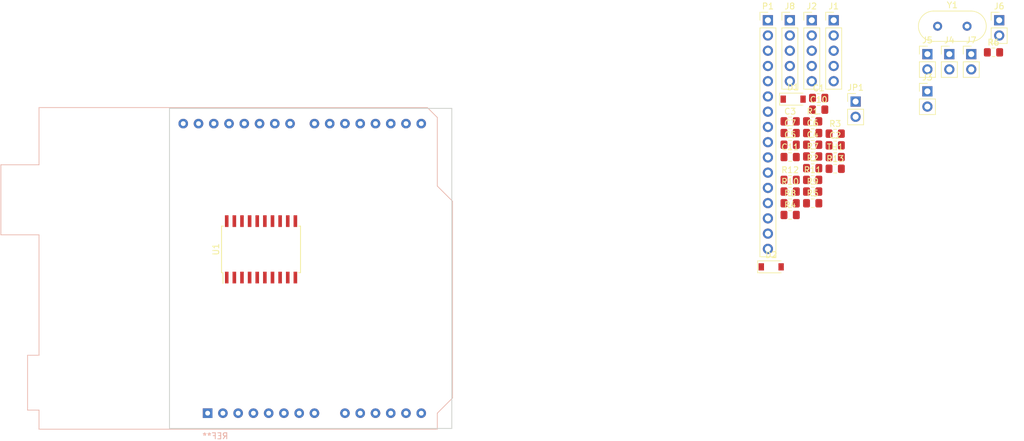
<source format=kicad_pcb>
(kicad_pcb (version 20171130) (host pcbnew "(5.0.1)-4")

  (general
    (thickness 1.6)
    (drawings 6)
    (tracks 0)
    (zones 0)
    (modules 38)
    (nets 39)
  )

  (page A4)
  (title_block
    (title "Frequency counter Picuino. Arduino Shield")
    (date 2020-04-24)
    (rev 1)
    (company Picuino)
  )

  (layers
    (0 F.Cu signal)
    (31 B.Cu signal)
    (32 B.Adhes user)
    (33 F.Adhes user)
    (34 B.Paste user)
    (35 F.Paste user)
    (36 B.SilkS user)
    (37 F.SilkS user)
    (38 B.Mask user)
    (39 F.Mask user)
    (40 Dwgs.User user)
    (41 Cmts.User user)
    (42 Eco1.User user)
    (43 Eco2.User user)
    (44 Edge.Cuts user)
    (45 Margin user)
    (46 B.CrtYd user)
    (47 F.CrtYd user)
    (48 B.Fab user)
    (49 F.Fab user)
  )

  (setup
    (last_trace_width 0.25)
    (trace_clearance 0.2)
    (zone_clearance 0.508)
    (zone_45_only no)
    (trace_min 0.2)
    (segment_width 0.2)
    (edge_width 0.15)
    (via_size 0.8)
    (via_drill 0.4)
    (via_min_size 0.4)
    (via_min_drill 0.3)
    (uvia_size 0.3)
    (uvia_drill 0.1)
    (uvias_allowed no)
    (uvia_min_size 0.2)
    (uvia_min_drill 0.1)
    (pcb_text_width 0.3)
    (pcb_text_size 1.5 1.5)
    (mod_edge_width 0.15)
    (mod_text_size 1 1)
    (mod_text_width 0.15)
    (pad_size 1.524 1.524)
    (pad_drill 0.762)
    (pad_to_mask_clearance 0.051)
    (solder_mask_min_width 0.25)
    (aux_axis_origin 0 0)
    (visible_elements FFFFFF7F)
    (pcbplotparams
      (layerselection 0x010fc_ffffffff)
      (usegerberextensions false)
      (usegerberattributes false)
      (usegerberadvancedattributes false)
      (creategerberjobfile false)
      (excludeedgelayer true)
      (linewidth 0.100000)
      (plotframeref false)
      (viasonmask false)
      (mode 1)
      (useauxorigin false)
      (hpglpennumber 1)
      (hpglpenspeed 20)
      (hpglpendiameter 15.000000)
      (psnegative false)
      (psa4output false)
      (plotreference true)
      (plotvalue true)
      (plotinvisibletext false)
      (padsonsilk false)
      (subtractmaskfromsilk false)
      (outputformat 1)
      (mirror false)
      (drillshape 1)
      (scaleselection 1)
      (outputdirectory ""))
  )

  (net 0 "")
  (net 1 DTIME)
  (net 2 GND)
  (net 3 CLKIN2)
  (net 4 "Net-(C3-Pad1)")
  (net 5 MCLR)
  (net 6 VDD)
  (net 7 Vee)
  (net 8 "Net-(C8-Pad1)")
  (net 9 "Net-(D1-Pad1)")
  (net 10 "Net-(D2-Pad2)")
  (net 11 PGC)
  (net 12 PGD)
  (net 13 "Net-(J2-Pad2)")
  (net 14 "Net-(J2-Pad3)")
  (net 15 "Net-(J3-Pad1)")
  (net 16 "Net-(J4-Pad1)")
  (net 17 "Net-(J5-Pad1)")
  (net 18 "Net-(J6-Pad1)")
  (net 19 MCLR2)
  (net 20 "Net-(JP1-Pad1)")
  (net 21 LCD_RS)
  (net 22 LCD_E)
  (net 23 LCD_D4)
  (net 24 LCD_D5)
  (net 25 LCD_D6)
  (net 26 LCD_D7)
  (net 27 "Net-(P1-Pad15)")
  (net 28 DISP)
  (net 29 INPUT_A)
  (net 30 INPUT_B)
  (net 31 ZCD)
  (net 32 CLKIN)
  (net 33 CLKOUT)
  (net 34 "Net-(R10-Pad1)")
  (net 35 TX1)
  (net 36 RX1)
  (net 37 INPUT_A2)
  (net 38 INPUT_B2)

  (net_class Default "Esta es la clase de red por defecto."
    (clearance 0.2)
    (trace_width 0.25)
    (via_dia 0.8)
    (via_drill 0.4)
    (uvia_dia 0.3)
    (uvia_drill 0.1)
    (add_net CLKIN)
    (add_net CLKIN2)
    (add_net CLKOUT)
    (add_net DISP)
    (add_net DTIME)
    (add_net GND)
    (add_net INPUT_A)
    (add_net INPUT_A2)
    (add_net INPUT_B)
    (add_net INPUT_B2)
    (add_net LCD_D4)
    (add_net LCD_D5)
    (add_net LCD_D6)
    (add_net LCD_D7)
    (add_net LCD_E)
    (add_net LCD_RS)
    (add_net MCLR)
    (add_net MCLR2)
    (add_net "Net-(C3-Pad1)")
    (add_net "Net-(C8-Pad1)")
    (add_net "Net-(D1-Pad1)")
    (add_net "Net-(D2-Pad2)")
    (add_net "Net-(J2-Pad2)")
    (add_net "Net-(J2-Pad3)")
    (add_net "Net-(J3-Pad1)")
    (add_net "Net-(J4-Pad1)")
    (add_net "Net-(J5-Pad1)")
    (add_net "Net-(J6-Pad1)")
    (add_net "Net-(JP1-Pad1)")
    (add_net "Net-(P1-Pad15)")
    (add_net "Net-(R10-Pad1)")
    (add_net PGC)
    (add_net PGD)
    (add_net RX1)
    (add_net TX1)
    (add_net VDD)
    (add_net Vee)
    (add_net ZCD)
  )

  (module Module:Arduino_UNO_R2 (layer B.Cu) (tedit 58AB6071) (tstamp 5EAFA587)
    (at 127 107.95)
    (descr "Arduino UNO R2, http://www.mouser.com/pdfdocs/Gravitech_Arduino_Nano3_0.pdf")
    (tags "Arduino UNO R2")
    (fp_text reference REF** (at 1.27 3.81 -180) (layer B.SilkS)
      (effects (font (size 1 1) (thickness 0.15)) (justify mirror))
    )
    (fp_text value Arduino_UNO_R2 (at 0 -21.59) (layer B.Fab)
      (effects (font (size 1 1) (thickness 0.15)) (justify mirror))
    )
    (fp_line (start -27.94 2.54) (end 38.1 2.54) (layer B.Fab) (width 0.1))
    (fp_line (start -27.94 -50.8) (end -27.94 2.54) (layer B.Fab) (width 0.1))
    (fp_line (start 36.58 -50.8) (end -27.94 -50.8) (layer B.Fab) (width 0.1))
    (fp_line (start 38.1 -49.28) (end 36.58 -50.8) (layer B.Fab) (width 0.1))
    (fp_line (start 38.1 0) (end 40.64 -2.54) (layer B.Fab) (width 0.1))
    (fp_line (start 38.1 2.54) (end 38.1 0) (layer B.Fab) (width 0.1))
    (fp_line (start 40.64 -35.31) (end 38.1 -37.85) (layer B.Fab) (width 0.1))
    (fp_line (start 40.64 -2.54) (end 40.64 -35.31) (layer B.Fab) (width 0.1))
    (fp_line (start 38.1 -37.85) (end 38.1 -49.28) (layer B.Fab) (width 0.1))
    (fp_line (start -29.84 -9.53) (end -29.84 -0.64) (layer B.Fab) (width 0.1))
    (fp_line (start -16.51 -9.53) (end -29.84 -9.53) (layer B.Fab) (width 0.1))
    (fp_line (start -16.51 -0.64) (end -16.51 -9.53) (layer B.Fab) (width 0.1))
    (fp_line (start -29.84 -0.64) (end -16.51 -0.64) (layer B.Fab) (width 0.1))
    (fp_line (start -34.29 -41.27) (end -34.29 -29.84) (layer B.Fab) (width 0.1))
    (fp_line (start -18.41 -41.27) (end -34.29 -41.27) (layer B.Fab) (width 0.1))
    (fp_line (start -18.41 -29.84) (end -18.41 -41.27) (layer B.Fab) (width 0.1))
    (fp_line (start -34.29 -29.84) (end -18.41 -29.84) (layer B.Fab) (width 0.1))
    (fp_line (start 38.23 -37.85) (end 40.77 -35.31) (layer B.SilkS) (width 0.12))
    (fp_line (start 38.23 -49.28) (end 38.23 -37.85) (layer B.SilkS) (width 0.12))
    (fp_line (start 36.58 -50.93) (end 38.23 -49.28) (layer B.SilkS) (width 0.12))
    (fp_line (start -28.07 -50.93) (end 36.58 -50.93) (layer B.SilkS) (width 0.12))
    (fp_line (start -28.07 -41.4) (end -28.07 -50.93) (layer B.SilkS) (width 0.12))
    (fp_line (start -34.42 -41.4) (end -28.07 -41.4) (layer B.SilkS) (width 0.12))
    (fp_line (start -34.42 -29.72) (end -34.42 -41.4) (layer B.SilkS) (width 0.12))
    (fp_line (start -28.07 -29.72) (end -34.42 -29.72) (layer B.SilkS) (width 0.12))
    (fp_line (start -28.07 -9.65) (end -28.07 -29.72) (layer B.SilkS) (width 0.12))
    (fp_line (start -29.97 -9.65) (end -28.07 -9.65) (layer B.SilkS) (width 0.12))
    (fp_line (start -29.97 -0.51) (end -29.97 -9.65) (layer B.SilkS) (width 0.12))
    (fp_line (start -28.07 -0.51) (end -29.97 -0.51) (layer B.SilkS) (width 0.12))
    (fp_line (start -28.07 2.67) (end -28.07 -0.51) (layer B.SilkS) (width 0.12))
    (fp_line (start 38.23 2.67) (end -28.07 2.67) (layer B.SilkS) (width 0.12))
    (fp_line (start 38.23 0) (end 38.23 2.67) (layer B.SilkS) (width 0.12))
    (fp_line (start 40.77 -2.54) (end 38.23 0) (layer B.SilkS) (width 0.12))
    (fp_line (start 40.77 -35.31) (end 40.77 -2.54) (layer B.SilkS) (width 0.12))
    (fp_line (start -28.19 2.79) (end 38.35 2.79) (layer B.CrtYd) (width 0.05))
    (fp_line (start -28.19 -0.38) (end -28.19 2.79) (layer B.CrtYd) (width 0.05))
    (fp_line (start -30.1 -0.38) (end -28.19 -0.38) (layer B.CrtYd) (width 0.05))
    (fp_line (start -30.1 -9.78) (end -30.1 -0.38) (layer B.CrtYd) (width 0.05))
    (fp_line (start -28.19 -9.78) (end -30.1 -9.78) (layer B.CrtYd) (width 0.05))
    (fp_line (start -28.19 -29.59) (end -28.19 -9.78) (layer B.CrtYd) (width 0.05))
    (fp_line (start -34.54 -29.59) (end -28.19 -29.59) (layer B.CrtYd) (width 0.05))
    (fp_line (start -34.54 -41.53) (end -34.54 -29.59) (layer B.CrtYd) (width 0.05))
    (fp_line (start -28.19 -41.53) (end -34.54 -41.53) (layer B.CrtYd) (width 0.05))
    (fp_line (start -28.19 -51.05) (end -28.19 -41.53) (layer B.CrtYd) (width 0.05))
    (fp_line (start 36.58 -51.05) (end -28.19 -51.05) (layer B.CrtYd) (width 0.05))
    (fp_line (start 38.35 -49.28) (end 36.58 -51.05) (layer B.CrtYd) (width 0.05))
    (fp_line (start 38.35 -37.85) (end 38.35 -49.28) (layer B.CrtYd) (width 0.05))
    (fp_line (start 40.89 -35.31) (end 38.35 -37.85) (layer B.CrtYd) (width 0.05))
    (fp_line (start 40.89 -2.54) (end 40.89 -35.31) (layer B.CrtYd) (width 0.05))
    (fp_line (start 38.35 0) (end 40.89 -2.54) (layer B.CrtYd) (width 0.05))
    (fp_line (start 38.35 2.79) (end 38.35 0) (layer B.CrtYd) (width 0.05))
    (fp_text user %R (at 0 -19.05 -180) (layer B.Fab)
      (effects (font (size 1 1) (thickness 0.15)) (justify mirror))
    )
    (pad 16 thru_hole oval (at 33.02 -48.26 270) (size 1.6 1.6) (drill 0.8) (layers *.Cu *.Mask))
    (pad 15 thru_hole oval (at 35.56 -48.26 270) (size 1.6 1.6) (drill 0.8) (layers *.Cu *.Mask))
    (pad 14 thru_hole oval (at 35.56 0 270) (size 1.6 1.6) (drill 0.8) (layers *.Cu *.Mask))
    (pad 13 thru_hole oval (at 33.02 0 270) (size 1.6 1.6) (drill 0.8) (layers *.Cu *.Mask))
    (pad 28 thru_hole oval (at 1.02 -48.26 270) (size 1.6 1.6) (drill 0.8) (layers *.Cu *.Mask))
    (pad 12 thru_hole oval (at 30.48 0 270) (size 1.6 1.6) (drill 0.8) (layers *.Cu *.Mask))
    (pad 27 thru_hole oval (at 3.56 -48.26 270) (size 1.6 1.6) (drill 0.8) (layers *.Cu *.Mask))
    (pad 11 thru_hole oval (at 27.94 0 270) (size 1.6 1.6) (drill 0.8) (layers *.Cu *.Mask))
    (pad 26 thru_hole oval (at 6.1 -48.26 270) (size 1.6 1.6) (drill 0.8) (layers *.Cu *.Mask))
    (pad 10 thru_hole oval (at 25.4 0 270) (size 1.6 1.6) (drill 0.8) (layers *.Cu *.Mask))
    (pad 25 thru_hole oval (at 8.64 -48.26 270) (size 1.6 1.6) (drill 0.8) (layers *.Cu *.Mask))
    (pad 9 thru_hole oval (at 22.86 0 270) (size 1.6 1.6) (drill 0.8) (layers *.Cu *.Mask))
    (pad 24 thru_hole oval (at 11.18 -48.26 270) (size 1.6 1.6) (drill 0.8) (layers *.Cu *.Mask))
    (pad 8 thru_hole oval (at 17.78 0 270) (size 1.6 1.6) (drill 0.8) (layers *.Cu *.Mask))
    (pad 23 thru_hole oval (at 13.72 -48.26 270) (size 1.6 1.6) (drill 0.8) (layers *.Cu *.Mask))
    (pad 7 thru_hole oval (at 15.24 0 270) (size 1.6 1.6) (drill 0.8) (layers *.Cu *.Mask))
    (pad 22 thru_hole oval (at 17.78 -48.26 270) (size 1.6 1.6) (drill 0.8) (layers *.Cu *.Mask))
    (pad 6 thru_hole oval (at 12.7 0 270) (size 1.6 1.6) (drill 0.8) (layers *.Cu *.Mask))
    (pad 21 thru_hole oval (at 20.32 -48.26 270) (size 1.6 1.6) (drill 0.8) (layers *.Cu *.Mask))
    (pad 5 thru_hole oval (at 10.16 0 270) (size 1.6 1.6) (drill 0.8) (layers *.Cu *.Mask))
    (pad 20 thru_hole oval (at 22.86 -48.26 270) (size 1.6 1.6) (drill 0.8) (layers *.Cu *.Mask))
    (pad 4 thru_hole oval (at 7.62 0 270) (size 1.6 1.6) (drill 0.8) (layers *.Cu *.Mask))
    (pad 19 thru_hole oval (at 25.4 -48.26 270) (size 1.6 1.6) (drill 0.8) (layers *.Cu *.Mask))
    (pad 3 thru_hole oval (at 5.08 0 270) (size 1.6 1.6) (drill 0.8) (layers *.Cu *.Mask))
    (pad 18 thru_hole oval (at 27.94 -48.26 270) (size 1.6 1.6) (drill 0.8) (layers *.Cu *.Mask))
    (pad 2 thru_hole oval (at 2.54 0 270) (size 1.6 1.6) (drill 0.8) (layers *.Cu *.Mask))
    (pad 17 thru_hole oval (at 30.48 -48.26 270) (size 1.6 1.6) (drill 0.8) (layers *.Cu *.Mask))
    (pad 1 thru_hole rect (at 0 0 270) (size 1.6 1.6) (drill 0.8) (layers *.Cu *.Mask))
    (pad 30 thru_hole oval (at -4.06 -48.26 270) (size 1.6 1.6) (drill 0.8) (layers *.Cu *.Mask))
    (pad 29 thru_hole oval (at -1.52 -48.26 270) (size 1.6 1.6) (drill 0.8) (layers *.Cu *.Mask))
    (model ${KISYS3DMOD}/Module.3dshapes/Arduino_UNO_R2.wrl
      (at (xyz 0 0 0))
      (scale (xyz 1 1 1))
      (rotate (xyz 0 0 0))
    )
  )

  (module Capacitor_SMD:C_0805_2012Metric_Pad1.15x1.40mm_HandSolder (layer F.Cu) (tedit 5B36C52B) (tstamp 5EAFA8DA)
    (at 228.715001 55.415001)
    (descr "Capacitor SMD 0805 (2012 Metric), square (rectangular) end terminal, IPC_7351 nominal with elongated pad for handsoldering. (Body size source: https://docs.google.com/spreadsheets/d/1BsfQQcO9C6DZCsRaXUlFlo91Tg2WpOkGARC1WS5S8t0/edit?usp=sharing), generated with kicad-footprint-generator")
    (tags "capacitor handsolder")
    (path /5E71FBD7)
    (attr smd)
    (fp_text reference C1 (at 0 -1.65) (layer F.SilkS)
      (effects (font (size 1 1) (thickness 0.15)))
    )
    (fp_text value 2.2nF (at 0 1.65) (layer F.Fab)
      (effects (font (size 1 1) (thickness 0.15)))
    )
    (fp_line (start -1 0.6) (end -1 -0.6) (layer F.Fab) (width 0.1))
    (fp_line (start -1 -0.6) (end 1 -0.6) (layer F.Fab) (width 0.1))
    (fp_line (start 1 -0.6) (end 1 0.6) (layer F.Fab) (width 0.1))
    (fp_line (start 1 0.6) (end -1 0.6) (layer F.Fab) (width 0.1))
    (fp_line (start -0.261252 -0.71) (end 0.261252 -0.71) (layer F.SilkS) (width 0.12))
    (fp_line (start -0.261252 0.71) (end 0.261252 0.71) (layer F.SilkS) (width 0.12))
    (fp_line (start -1.85 0.95) (end -1.85 -0.95) (layer F.CrtYd) (width 0.05))
    (fp_line (start -1.85 -0.95) (end 1.85 -0.95) (layer F.CrtYd) (width 0.05))
    (fp_line (start 1.85 -0.95) (end 1.85 0.95) (layer F.CrtYd) (width 0.05))
    (fp_line (start 1.85 0.95) (end -1.85 0.95) (layer F.CrtYd) (width 0.05))
    (fp_text user %R (at 0 0) (layer F.Fab)
      (effects (font (size 0.5 0.5) (thickness 0.08)))
    )
    (pad 1 smd roundrect (at -1.025 0) (size 1.15 1.4) (layers F.Cu F.Paste F.Mask) (roundrect_rratio 0.217391)
      (net 1 DTIME))
    (pad 2 smd roundrect (at 1.025 0) (size 1.15 1.4) (layers F.Cu F.Paste F.Mask) (roundrect_rratio 0.217391)
      (net 2 GND))
    (model ${KISYS3DMOD}/Capacitor_SMD.3dshapes/C_0805_2012Metric.wrl
      (at (xyz 0 0 0))
      (scale (xyz 1 1 1))
      (rotate (xyz 0 0 0))
    )
  )

  (module Capacitor_SMD:C_0805_2012Metric_Pad1.15x1.40mm_HandSolder (layer F.Cu) (tedit 5B36C52B) (tstamp 5EAFA8EB)
    (at 231.465001 63.315001)
    (descr "Capacitor SMD 0805 (2012 Metric), square (rectangular) end terminal, IPC_7351 nominal with elongated pad for handsoldering. (Body size source: https://docs.google.com/spreadsheets/d/1BsfQQcO9C6DZCsRaXUlFlo91Tg2WpOkGARC1WS5S8t0/edit?usp=sharing), generated with kicad-footprint-generator")
    (tags "capacitor handsolder")
    (path /5E6A2A99)
    (attr smd)
    (fp_text reference C2 (at 0 -1.65) (layer F.SilkS)
      (effects (font (size 1 1) (thickness 0.15)))
    )
    (fp_text value 22pF (at 0 1.65) (layer F.Fab)
      (effects (font (size 1 1) (thickness 0.15)))
    )
    (fp_text user %R (at 0 0) (layer F.Fab)
      (effects (font (size 0.5 0.5) (thickness 0.08)))
    )
    (fp_line (start 1.85 0.95) (end -1.85 0.95) (layer F.CrtYd) (width 0.05))
    (fp_line (start 1.85 -0.95) (end 1.85 0.95) (layer F.CrtYd) (width 0.05))
    (fp_line (start -1.85 -0.95) (end 1.85 -0.95) (layer F.CrtYd) (width 0.05))
    (fp_line (start -1.85 0.95) (end -1.85 -0.95) (layer F.CrtYd) (width 0.05))
    (fp_line (start -0.261252 0.71) (end 0.261252 0.71) (layer F.SilkS) (width 0.12))
    (fp_line (start -0.261252 -0.71) (end 0.261252 -0.71) (layer F.SilkS) (width 0.12))
    (fp_line (start 1 0.6) (end -1 0.6) (layer F.Fab) (width 0.1))
    (fp_line (start 1 -0.6) (end 1 0.6) (layer F.Fab) (width 0.1))
    (fp_line (start -1 -0.6) (end 1 -0.6) (layer F.Fab) (width 0.1))
    (fp_line (start -1 0.6) (end -1 -0.6) (layer F.Fab) (width 0.1))
    (pad 2 smd roundrect (at 1.025 0) (size 1.15 1.4) (layers F.Cu F.Paste F.Mask) (roundrect_rratio 0.217391)
      (net 2 GND))
    (pad 1 smd roundrect (at -1.025 0) (size 1.15 1.4) (layers F.Cu F.Paste F.Mask) (roundrect_rratio 0.217391)
      (net 3 CLKIN2))
    (model ${KISYS3DMOD}/Capacitor_SMD.3dshapes/C_0805_2012Metric.wrl
      (at (xyz 0 0 0))
      (scale (xyz 1 1 1))
      (rotate (xyz 0 0 0))
    )
  )

  (module Capacitor_SMD:C_0805_2012Metric_Pad1.15x1.40mm_HandSolder (layer F.Cu) (tedit 5B36C52B) (tstamp 5EAFA8FC)
    (at 223.965001 59.315001)
    (descr "Capacitor SMD 0805 (2012 Metric), square (rectangular) end terminal, IPC_7351 nominal with elongated pad for handsoldering. (Body size source: https://docs.google.com/spreadsheets/d/1BsfQQcO9C6DZCsRaXUlFlo91Tg2WpOkGARC1WS5S8t0/edit?usp=sharing), generated with kicad-footprint-generator")
    (tags "capacitor handsolder")
    (path /5E6A2A5D)
    (attr smd)
    (fp_text reference C3 (at 0 -1.65) (layer F.SilkS)
      (effects (font (size 1 1) (thickness 0.15)))
    )
    (fp_text value 22pF (at 0 1.65) (layer F.Fab)
      (effects (font (size 1 1) (thickness 0.15)))
    )
    (fp_line (start -1 0.6) (end -1 -0.6) (layer F.Fab) (width 0.1))
    (fp_line (start -1 -0.6) (end 1 -0.6) (layer F.Fab) (width 0.1))
    (fp_line (start 1 -0.6) (end 1 0.6) (layer F.Fab) (width 0.1))
    (fp_line (start 1 0.6) (end -1 0.6) (layer F.Fab) (width 0.1))
    (fp_line (start -0.261252 -0.71) (end 0.261252 -0.71) (layer F.SilkS) (width 0.12))
    (fp_line (start -0.261252 0.71) (end 0.261252 0.71) (layer F.SilkS) (width 0.12))
    (fp_line (start -1.85 0.95) (end -1.85 -0.95) (layer F.CrtYd) (width 0.05))
    (fp_line (start -1.85 -0.95) (end 1.85 -0.95) (layer F.CrtYd) (width 0.05))
    (fp_line (start 1.85 -0.95) (end 1.85 0.95) (layer F.CrtYd) (width 0.05))
    (fp_line (start 1.85 0.95) (end -1.85 0.95) (layer F.CrtYd) (width 0.05))
    (fp_text user %R (at 0 0) (layer F.Fab)
      (effects (font (size 0.5 0.5) (thickness 0.08)))
    )
    (pad 1 smd roundrect (at -1.025 0) (size 1.15 1.4) (layers F.Cu F.Paste F.Mask) (roundrect_rratio 0.217391)
      (net 4 "Net-(C3-Pad1)"))
    (pad 2 smd roundrect (at 1.025 0) (size 1.15 1.4) (layers F.Cu F.Paste F.Mask) (roundrect_rratio 0.217391)
      (net 2 GND))
    (model ${KISYS3DMOD}/Capacitor_SMD.3dshapes/C_0805_2012Metric.wrl
      (at (xyz 0 0 0))
      (scale (xyz 1 1 1))
      (rotate (xyz 0 0 0))
    )
  )

  (module Capacitor_SMD:C_0805_2012Metric_Pad1.15x1.40mm_HandSolder (layer F.Cu) (tedit 5B36C52B) (tstamp 5EAFA90D)
    (at 227.715001 63.215001)
    (descr "Capacitor SMD 0805 (2012 Metric), square (rectangular) end terminal, IPC_7351 nominal with elongated pad for handsoldering. (Body size source: https://docs.google.com/spreadsheets/d/1BsfQQcO9C6DZCsRaXUlFlo91Tg2WpOkGARC1WS5S8t0/edit?usp=sharing), generated with kicad-footprint-generator")
    (tags "capacitor handsolder")
    (path /5E6FF236)
    (attr smd)
    (fp_text reference C4 (at 0 -1.65) (layer F.SilkS)
      (effects (font (size 1 1) (thickness 0.15)))
    )
    (fp_text value 100nF (at 0 1.65) (layer F.Fab)
      (effects (font (size 1 1) (thickness 0.15)))
    )
    (fp_text user %R (at 0 0) (layer F.Fab)
      (effects (font (size 0.5 0.5) (thickness 0.08)))
    )
    (fp_line (start 1.85 0.95) (end -1.85 0.95) (layer F.CrtYd) (width 0.05))
    (fp_line (start 1.85 -0.95) (end 1.85 0.95) (layer F.CrtYd) (width 0.05))
    (fp_line (start -1.85 -0.95) (end 1.85 -0.95) (layer F.CrtYd) (width 0.05))
    (fp_line (start -1.85 0.95) (end -1.85 -0.95) (layer F.CrtYd) (width 0.05))
    (fp_line (start -0.261252 0.71) (end 0.261252 0.71) (layer F.SilkS) (width 0.12))
    (fp_line (start -0.261252 -0.71) (end 0.261252 -0.71) (layer F.SilkS) (width 0.12))
    (fp_line (start 1 0.6) (end -1 0.6) (layer F.Fab) (width 0.1))
    (fp_line (start 1 -0.6) (end 1 0.6) (layer F.Fab) (width 0.1))
    (fp_line (start -1 -0.6) (end 1 -0.6) (layer F.Fab) (width 0.1))
    (fp_line (start -1 0.6) (end -1 -0.6) (layer F.Fab) (width 0.1))
    (pad 2 smd roundrect (at 1.025 0) (size 1.15 1.4) (layers F.Cu F.Paste F.Mask) (roundrect_rratio 0.217391)
      (net 2 GND))
    (pad 1 smd roundrect (at -1.025 0) (size 1.15 1.4) (layers F.Cu F.Paste F.Mask) (roundrect_rratio 0.217391)
      (net 5 MCLR))
    (model ${KISYS3DMOD}/Capacitor_SMD.3dshapes/C_0805_2012Metric.wrl
      (at (xyz 0 0 0))
      (scale (xyz 1 1 1))
      (rotate (xyz 0 0 0))
    )
  )

  (module Capacitor_SMD:C_0805_2012Metric_Pad1.15x1.40mm_HandSolder (layer F.Cu) (tedit 5B36C52B) (tstamp 5EAFA91E)
    (at 223.965001 63.215001)
    (descr "Capacitor SMD 0805 (2012 Metric), square (rectangular) end terminal, IPC_7351 nominal with elongated pad for handsoldering. (Body size source: https://docs.google.com/spreadsheets/d/1BsfQQcO9C6DZCsRaXUlFlo91Tg2WpOkGARC1WS5S8t0/edit?usp=sharing), generated with kicad-footprint-generator")
    (tags "capacitor handsolder")
    (path /5E6A67BE)
    (attr smd)
    (fp_text reference C5 (at 0 -1.65) (layer F.SilkS)
      (effects (font (size 1 1) (thickness 0.15)))
    )
    (fp_text value 100nF (at 0 1.65) (layer F.Fab)
      (effects (font (size 1 1) (thickness 0.15)))
    )
    (fp_text user %R (at 0 0) (layer F.Fab)
      (effects (font (size 0.5 0.5) (thickness 0.08)))
    )
    (fp_line (start 1.85 0.95) (end -1.85 0.95) (layer F.CrtYd) (width 0.05))
    (fp_line (start 1.85 -0.95) (end 1.85 0.95) (layer F.CrtYd) (width 0.05))
    (fp_line (start -1.85 -0.95) (end 1.85 -0.95) (layer F.CrtYd) (width 0.05))
    (fp_line (start -1.85 0.95) (end -1.85 -0.95) (layer F.CrtYd) (width 0.05))
    (fp_line (start -0.261252 0.71) (end 0.261252 0.71) (layer F.SilkS) (width 0.12))
    (fp_line (start -0.261252 -0.71) (end 0.261252 -0.71) (layer F.SilkS) (width 0.12))
    (fp_line (start 1 0.6) (end -1 0.6) (layer F.Fab) (width 0.1))
    (fp_line (start 1 -0.6) (end 1 0.6) (layer F.Fab) (width 0.1))
    (fp_line (start -1 -0.6) (end 1 -0.6) (layer F.Fab) (width 0.1))
    (fp_line (start -1 0.6) (end -1 -0.6) (layer F.Fab) (width 0.1))
    (pad 2 smd roundrect (at 1.025 0) (size 1.15 1.4) (layers F.Cu F.Paste F.Mask) (roundrect_rratio 0.217391)
      (net 6 VDD))
    (pad 1 smd roundrect (at -1.025 0) (size 1.15 1.4) (layers F.Cu F.Paste F.Mask) (roundrect_rratio 0.217391)
      (net 2 GND))
    (model ${KISYS3DMOD}/Capacitor_SMD.3dshapes/C_0805_2012Metric.wrl
      (at (xyz 0 0 0))
      (scale (xyz 1 1 1))
      (rotate (xyz 0 0 0))
    )
  )

  (module Capacitor_SMD:C_0805_2012Metric_Pad1.15x1.40mm_HandSolder (layer F.Cu) (tedit 5B36C52B) (tstamp 5EAFA92F)
    (at 227.715001 61.265001)
    (descr "Capacitor SMD 0805 (2012 Metric), square (rectangular) end terminal, IPC_7351 nominal with elongated pad for handsoldering. (Body size source: https://docs.google.com/spreadsheets/d/1BsfQQcO9C6DZCsRaXUlFlo91Tg2WpOkGARC1WS5S8t0/edit?usp=sharing), generated with kicad-footprint-generator")
    (tags "capacitor handsolder")
    (path /5E722B3A)
    (attr smd)
    (fp_text reference C6 (at 0 -1.65) (layer F.SilkS)
      (effects (font (size 1 1) (thickness 0.15)))
    )
    (fp_text value 100nF (at 0 1.65) (layer F.Fab)
      (effects (font (size 1 1) (thickness 0.15)))
    )
    (fp_line (start -1 0.6) (end -1 -0.6) (layer F.Fab) (width 0.1))
    (fp_line (start -1 -0.6) (end 1 -0.6) (layer F.Fab) (width 0.1))
    (fp_line (start 1 -0.6) (end 1 0.6) (layer F.Fab) (width 0.1))
    (fp_line (start 1 0.6) (end -1 0.6) (layer F.Fab) (width 0.1))
    (fp_line (start -0.261252 -0.71) (end 0.261252 -0.71) (layer F.SilkS) (width 0.12))
    (fp_line (start -0.261252 0.71) (end 0.261252 0.71) (layer F.SilkS) (width 0.12))
    (fp_line (start -1.85 0.95) (end -1.85 -0.95) (layer F.CrtYd) (width 0.05))
    (fp_line (start -1.85 -0.95) (end 1.85 -0.95) (layer F.CrtYd) (width 0.05))
    (fp_line (start 1.85 -0.95) (end 1.85 0.95) (layer F.CrtYd) (width 0.05))
    (fp_line (start 1.85 0.95) (end -1.85 0.95) (layer F.CrtYd) (width 0.05))
    (fp_text user %R (at 0 0) (layer F.Fab)
      (effects (font (size 0.5 0.5) (thickness 0.08)))
    )
    (pad 1 smd roundrect (at -1.025 0) (size 1.15 1.4) (layers F.Cu F.Paste F.Mask) (roundrect_rratio 0.217391)
      (net 7 Vee))
    (pad 2 smd roundrect (at 1.025 0) (size 1.15 1.4) (layers F.Cu F.Paste F.Mask) (roundrect_rratio 0.217391)
      (net 2 GND))
    (model ${KISYS3DMOD}/Capacitor_SMD.3dshapes/C_0805_2012Metric.wrl
      (at (xyz 0 0 0))
      (scale (xyz 1 1 1))
      (rotate (xyz 0 0 0))
    )
  )

  (module Capacitor_SMD:C_0805_2012Metric_Pad1.15x1.40mm_HandSolder (layer F.Cu) (tedit 5B36C52B) (tstamp 5EAFA940)
    (at 223.965001 61.265001)
    (descr "Capacitor SMD 0805 (2012 Metric), square (rectangular) end terminal, IPC_7351 nominal with elongated pad for handsoldering. (Body size source: https://docs.google.com/spreadsheets/d/1BsfQQcO9C6DZCsRaXUlFlo91Tg2WpOkGARC1WS5S8t0/edit?usp=sharing), generated with kicad-footprint-generator")
    (tags "capacitor handsolder")
    (path /5E6A74BD)
    (attr smd)
    (fp_text reference C7 (at 0 -1.65) (layer F.SilkS)
      (effects (font (size 1 1) (thickness 0.15)))
    )
    (fp_text value 10uF (at 0 1.65) (layer F.Fab)
      (effects (font (size 1 1) (thickness 0.15)))
    )
    (fp_line (start -1 0.6) (end -1 -0.6) (layer F.Fab) (width 0.1))
    (fp_line (start -1 -0.6) (end 1 -0.6) (layer F.Fab) (width 0.1))
    (fp_line (start 1 -0.6) (end 1 0.6) (layer F.Fab) (width 0.1))
    (fp_line (start 1 0.6) (end -1 0.6) (layer F.Fab) (width 0.1))
    (fp_line (start -0.261252 -0.71) (end 0.261252 -0.71) (layer F.SilkS) (width 0.12))
    (fp_line (start -0.261252 0.71) (end 0.261252 0.71) (layer F.SilkS) (width 0.12))
    (fp_line (start -1.85 0.95) (end -1.85 -0.95) (layer F.CrtYd) (width 0.05))
    (fp_line (start -1.85 -0.95) (end 1.85 -0.95) (layer F.CrtYd) (width 0.05))
    (fp_line (start 1.85 -0.95) (end 1.85 0.95) (layer F.CrtYd) (width 0.05))
    (fp_line (start 1.85 0.95) (end -1.85 0.95) (layer F.CrtYd) (width 0.05))
    (fp_text user %R (at 0 0) (layer F.Fab)
      (effects (font (size 0.5 0.5) (thickness 0.08)))
    )
    (pad 1 smd roundrect (at -1.025 0) (size 1.15 1.4) (layers F.Cu F.Paste F.Mask) (roundrect_rratio 0.217391)
      (net 2 GND))
    (pad 2 smd roundrect (at 1.025 0) (size 1.15 1.4) (layers F.Cu F.Paste F.Mask) (roundrect_rratio 0.217391)
      (net 6 VDD))
    (model ${KISYS3DMOD}/Capacitor_SMD.3dshapes/C_0805_2012Metric.wrl
      (at (xyz 0 0 0))
      (scale (xyz 1 1 1))
      (rotate (xyz 0 0 0))
    )
  )

  (module Capacitor_SMD:C_0805_2012Metric_Pad1.15x1.40mm_HandSolder (layer F.Cu) (tedit 5B36C52B) (tstamp 5EAFA977)
    (at 228.715001 57.365001)
    (descr "Capacitor SMD 0805 (2012 Metric), square (rectangular) end terminal, IPC_7351 nominal with elongated pad for handsoldering. (Body size source: https://docs.google.com/spreadsheets/d/1BsfQQcO9C6DZCsRaXUlFlo91Tg2WpOkGARC1WS5S8t0/edit?usp=sharing), generated with kicad-footprint-generator")
    (tags "capacitor handsolder")
    (path /5E76E4A6)
    (attr smd)
    (fp_text reference C10 (at 0 -1.65) (layer F.SilkS)
      (effects (font (size 1 1) (thickness 0.15)))
    )
    (fp_text value 100nF (at 0 1.65) (layer F.Fab)
      (effects (font (size 1 1) (thickness 0.15)))
    )
    (fp_text user %R (at 0 0) (layer F.Fab)
      (effects (font (size 0.5 0.5) (thickness 0.08)))
    )
    (fp_line (start 1.85 0.95) (end -1.85 0.95) (layer F.CrtYd) (width 0.05))
    (fp_line (start 1.85 -0.95) (end 1.85 0.95) (layer F.CrtYd) (width 0.05))
    (fp_line (start -1.85 -0.95) (end 1.85 -0.95) (layer F.CrtYd) (width 0.05))
    (fp_line (start -1.85 0.95) (end -1.85 -0.95) (layer F.CrtYd) (width 0.05))
    (fp_line (start -0.261252 0.71) (end 0.261252 0.71) (layer F.SilkS) (width 0.12))
    (fp_line (start -0.261252 -0.71) (end 0.261252 -0.71) (layer F.SilkS) (width 0.12))
    (fp_line (start 1 0.6) (end -1 0.6) (layer F.Fab) (width 0.1))
    (fp_line (start 1 -0.6) (end 1 0.6) (layer F.Fab) (width 0.1))
    (fp_line (start -1 -0.6) (end 1 -0.6) (layer F.Fab) (width 0.1))
    (fp_line (start -1 0.6) (end -1 -0.6) (layer F.Fab) (width 0.1))
    (pad 2 smd roundrect (at 1.025 0) (size 1.15 1.4) (layers F.Cu F.Paste F.Mask) (roundrect_rratio 0.217391)
      (net 6 VDD))
    (pad 1 smd roundrect (at -1.025 0) (size 1.15 1.4) (layers F.Cu F.Paste F.Mask) (roundrect_rratio 0.217391)
      (net 2 GND))
    (model ${KISYS3DMOD}/Capacitor_SMD.3dshapes/C_0805_2012Metric.wrl
      (at (xyz 0 0 0))
      (scale (xyz 1 1 1))
      (rotate (xyz 0 0 0))
    )
  )

  (module Capacitor_SMD:C_0805_2012Metric_Pad1.15x1.40mm_HandSolder (layer F.Cu) (tedit 5B36C52B) (tstamp 5EAFA988)
    (at 223.965001 65.265001)
    (descr "Capacitor SMD 0805 (2012 Metric), square (rectangular) end terminal, IPC_7351 nominal with elongated pad for handsoldering. (Body size source: https://docs.google.com/spreadsheets/d/1BsfQQcO9C6DZCsRaXUlFlo91Tg2WpOkGARC1WS5S8t0/edit?usp=sharing), generated with kicad-footprint-generator")
    (tags "capacitor handsolder")
    (path /5E76E4AC)
    (attr smd)
    (fp_text reference C11 (at 0 -1.65) (layer F.SilkS)
      (effects (font (size 1 1) (thickness 0.15)))
    )
    (fp_text value 10uF (at 0 1.65) (layer F.Fab)
      (effects (font (size 1 1) (thickness 0.15)))
    )
    (fp_line (start -1 0.6) (end -1 -0.6) (layer F.Fab) (width 0.1))
    (fp_line (start -1 -0.6) (end 1 -0.6) (layer F.Fab) (width 0.1))
    (fp_line (start 1 -0.6) (end 1 0.6) (layer F.Fab) (width 0.1))
    (fp_line (start 1 0.6) (end -1 0.6) (layer F.Fab) (width 0.1))
    (fp_line (start -0.261252 -0.71) (end 0.261252 -0.71) (layer F.SilkS) (width 0.12))
    (fp_line (start -0.261252 0.71) (end 0.261252 0.71) (layer F.SilkS) (width 0.12))
    (fp_line (start -1.85 0.95) (end -1.85 -0.95) (layer F.CrtYd) (width 0.05))
    (fp_line (start -1.85 -0.95) (end 1.85 -0.95) (layer F.CrtYd) (width 0.05))
    (fp_line (start 1.85 -0.95) (end 1.85 0.95) (layer F.CrtYd) (width 0.05))
    (fp_line (start 1.85 0.95) (end -1.85 0.95) (layer F.CrtYd) (width 0.05))
    (fp_text user %R (at 0 0) (layer F.Fab)
      (effects (font (size 0.5 0.5) (thickness 0.08)))
    )
    (pad 1 smd roundrect (at -1.025 0) (size 1.15 1.4) (layers F.Cu F.Paste F.Mask) (roundrect_rratio 0.217391)
      (net 2 GND))
    (pad 2 smd roundrect (at 1.025 0) (size 1.15 1.4) (layers F.Cu F.Paste F.Mask) (roundrect_rratio 0.217391)
      (net 6 VDD))
    (model ${KISYS3DMOD}/Capacitor_SMD.3dshapes/C_0805_2012Metric.wrl
      (at (xyz 0 0 0))
      (scale (xyz 1 1 1))
      (rotate (xyz 0 0 0))
    )
  )

  (module Diode_SMD:D_SOD-123 (layer F.Cu) (tedit 58645DC7) (tstamp 5EAFA9A1)
    (at 224.465001 55.615001)
    (descr SOD-123)
    (tags SOD-123)
    (path /5E78D616)
    (attr smd)
    (fp_text reference D1 (at 0 -2) (layer F.SilkS)
      (effects (font (size 1 1) (thickness 0.15)))
    )
    (fp_text value 1N4148W (at 0 2.1) (layer F.Fab)
      (effects (font (size 1 1) (thickness 0.15)))
    )
    (fp_text user %R (at 0 -2) (layer F.Fab)
      (effects (font (size 1 1) (thickness 0.15)))
    )
    (fp_line (start -2.25 -1) (end -2.25 1) (layer F.SilkS) (width 0.12))
    (fp_line (start 0.25 0) (end 0.75 0) (layer F.Fab) (width 0.1))
    (fp_line (start 0.25 0.4) (end -0.35 0) (layer F.Fab) (width 0.1))
    (fp_line (start 0.25 -0.4) (end 0.25 0.4) (layer F.Fab) (width 0.1))
    (fp_line (start -0.35 0) (end 0.25 -0.4) (layer F.Fab) (width 0.1))
    (fp_line (start -0.35 0) (end -0.35 0.55) (layer F.Fab) (width 0.1))
    (fp_line (start -0.35 0) (end -0.35 -0.55) (layer F.Fab) (width 0.1))
    (fp_line (start -0.75 0) (end -0.35 0) (layer F.Fab) (width 0.1))
    (fp_line (start -1.4 0.9) (end -1.4 -0.9) (layer F.Fab) (width 0.1))
    (fp_line (start 1.4 0.9) (end -1.4 0.9) (layer F.Fab) (width 0.1))
    (fp_line (start 1.4 -0.9) (end 1.4 0.9) (layer F.Fab) (width 0.1))
    (fp_line (start -1.4 -0.9) (end 1.4 -0.9) (layer F.Fab) (width 0.1))
    (fp_line (start -2.35 -1.15) (end 2.35 -1.15) (layer F.CrtYd) (width 0.05))
    (fp_line (start 2.35 -1.15) (end 2.35 1.15) (layer F.CrtYd) (width 0.05))
    (fp_line (start 2.35 1.15) (end -2.35 1.15) (layer F.CrtYd) (width 0.05))
    (fp_line (start -2.35 -1.15) (end -2.35 1.15) (layer F.CrtYd) (width 0.05))
    (fp_line (start -2.25 1) (end 1.65 1) (layer F.SilkS) (width 0.12))
    (fp_line (start -2.25 -1) (end 1.65 -1) (layer F.SilkS) (width 0.12))
    (pad 1 smd rect (at -1.65 0) (size 0.9 1.2) (layers F.Cu F.Paste F.Mask)
      (net 9 "Net-(D1-Pad1)"))
    (pad 2 smd rect (at 1.65 0) (size 0.9 1.2) (layers F.Cu F.Paste F.Mask)
      (net 5 MCLR))
    (model ${KISYS3DMOD}/Diode_SMD.3dshapes/D_SOD-123.wrl
      (at (xyz 0 0 0))
      (scale (xyz 1 1 1))
      (rotate (xyz 0 0 0))
    )
  )

  (module Diode_SMD:D_SOD-123 (layer F.Cu) (tedit 58645DC7) (tstamp 5EAFA9BA)
    (at 220.815001 83.565001)
    (descr SOD-123)
    (tags SOD-123)
    (path /5E78AE06)
    (attr smd)
    (fp_text reference D2 (at 0 -2) (layer F.SilkS)
      (effects (font (size 1 1) (thickness 0.15)))
    )
    (fp_text value 1N4148W (at 0 2.1) (layer F.Fab)
      (effects (font (size 1 1) (thickness 0.15)))
    )
    (fp_line (start -2.25 -1) (end 1.65 -1) (layer F.SilkS) (width 0.12))
    (fp_line (start -2.25 1) (end 1.65 1) (layer F.SilkS) (width 0.12))
    (fp_line (start -2.35 -1.15) (end -2.35 1.15) (layer F.CrtYd) (width 0.05))
    (fp_line (start 2.35 1.15) (end -2.35 1.15) (layer F.CrtYd) (width 0.05))
    (fp_line (start 2.35 -1.15) (end 2.35 1.15) (layer F.CrtYd) (width 0.05))
    (fp_line (start -2.35 -1.15) (end 2.35 -1.15) (layer F.CrtYd) (width 0.05))
    (fp_line (start -1.4 -0.9) (end 1.4 -0.9) (layer F.Fab) (width 0.1))
    (fp_line (start 1.4 -0.9) (end 1.4 0.9) (layer F.Fab) (width 0.1))
    (fp_line (start 1.4 0.9) (end -1.4 0.9) (layer F.Fab) (width 0.1))
    (fp_line (start -1.4 0.9) (end -1.4 -0.9) (layer F.Fab) (width 0.1))
    (fp_line (start -0.75 0) (end -0.35 0) (layer F.Fab) (width 0.1))
    (fp_line (start -0.35 0) (end -0.35 -0.55) (layer F.Fab) (width 0.1))
    (fp_line (start -0.35 0) (end -0.35 0.55) (layer F.Fab) (width 0.1))
    (fp_line (start -0.35 0) (end 0.25 -0.4) (layer F.Fab) (width 0.1))
    (fp_line (start 0.25 -0.4) (end 0.25 0.4) (layer F.Fab) (width 0.1))
    (fp_line (start 0.25 0.4) (end -0.35 0) (layer F.Fab) (width 0.1))
    (fp_line (start 0.25 0) (end 0.75 0) (layer F.Fab) (width 0.1))
    (fp_line (start -2.25 -1) (end -2.25 1) (layer F.SilkS) (width 0.12))
    (fp_text user %R (at 0 -2) (layer F.Fab)
      (effects (font (size 1 1) (thickness 0.15)))
    )
    (pad 2 smd rect (at 1.65 0) (size 0.9 1.2) (layers F.Cu F.Paste F.Mask)
      (net 10 "Net-(D2-Pad2)"))
    (pad 1 smd rect (at -1.65 0) (size 0.9 1.2) (layers F.Cu F.Paste F.Mask)
      (net 1 DTIME))
    (model ${KISYS3DMOD}/Diode_SMD.3dshapes/D_SOD-123.wrl
      (at (xyz 0 0 0))
      (scale (xyz 1 1 1))
      (rotate (xyz 0 0 0))
    )
  )

  (module Connector_PinHeader_2.54mm:PinHeader_1x05_P2.54mm_Vertical (layer F.Cu) (tedit 59FED5CC) (tstamp 5EAFA9D3)
    (at 231.215001 42.465001)
    (descr "Through hole straight pin header, 1x05, 2.54mm pitch, single row")
    (tags "Through hole pin header THT 1x05 2.54mm single row")
    (path /5E7263A7)
    (fp_text reference J1 (at 0 -2.33) (layer F.SilkS)
      (effects (font (size 1 1) (thickness 0.15)))
    )
    (fp_text value ICSP (at 0 12.49) (layer F.Fab)
      (effects (font (size 1 1) (thickness 0.15)))
    )
    (fp_text user %R (at 0 5.08 90) (layer F.Fab)
      (effects (font (size 1 1) (thickness 0.15)))
    )
    (fp_line (start 1.8 -1.8) (end -1.8 -1.8) (layer F.CrtYd) (width 0.05))
    (fp_line (start 1.8 11.95) (end 1.8 -1.8) (layer F.CrtYd) (width 0.05))
    (fp_line (start -1.8 11.95) (end 1.8 11.95) (layer F.CrtYd) (width 0.05))
    (fp_line (start -1.8 -1.8) (end -1.8 11.95) (layer F.CrtYd) (width 0.05))
    (fp_line (start -1.33 -1.33) (end 0 -1.33) (layer F.SilkS) (width 0.12))
    (fp_line (start -1.33 0) (end -1.33 -1.33) (layer F.SilkS) (width 0.12))
    (fp_line (start -1.33 1.27) (end 1.33 1.27) (layer F.SilkS) (width 0.12))
    (fp_line (start 1.33 1.27) (end 1.33 11.49) (layer F.SilkS) (width 0.12))
    (fp_line (start -1.33 1.27) (end -1.33 11.49) (layer F.SilkS) (width 0.12))
    (fp_line (start -1.33 11.49) (end 1.33 11.49) (layer F.SilkS) (width 0.12))
    (fp_line (start -1.27 -0.635) (end -0.635 -1.27) (layer F.Fab) (width 0.1))
    (fp_line (start -1.27 11.43) (end -1.27 -0.635) (layer F.Fab) (width 0.1))
    (fp_line (start 1.27 11.43) (end -1.27 11.43) (layer F.Fab) (width 0.1))
    (fp_line (start 1.27 -1.27) (end 1.27 11.43) (layer F.Fab) (width 0.1))
    (fp_line (start -0.635 -1.27) (end 1.27 -1.27) (layer F.Fab) (width 0.1))
    (pad 5 thru_hole oval (at 0 10.16) (size 1.7 1.7) (drill 1) (layers *.Cu *.Mask)
      (net 11 PGC))
    (pad 4 thru_hole oval (at 0 7.62) (size 1.7 1.7) (drill 1) (layers *.Cu *.Mask)
      (net 12 PGD))
    (pad 3 thru_hole oval (at 0 5.08) (size 1.7 1.7) (drill 1) (layers *.Cu *.Mask)
      (net 2 GND))
    (pad 2 thru_hole oval (at 0 2.54) (size 1.7 1.7) (drill 1) (layers *.Cu *.Mask)
      (net 6 VDD))
    (pad 1 thru_hole rect (at 0 0) (size 1.7 1.7) (drill 1) (layers *.Cu *.Mask)
      (net 5 MCLR))
    (model ${KISYS3DMOD}/Connector_PinHeader_2.54mm.3dshapes/PinHeader_1x05_P2.54mm_Vertical.wrl
      (at (xyz 0 0 0))
      (scale (xyz 1 1 1))
      (rotate (xyz 0 0 0))
    )
  )

  (module Connector_PinHeader_2.54mm:PinHeader_1x05_P2.54mm_Vertical (layer F.Cu) (tedit 59FED5CC) (tstamp 5EAFA9EC)
    (at 227.565001 42.465001)
    (descr "Through hole straight pin header, 1x05, 2.54mm pitch, single row")
    (tags "Through hole pin header THT 1x05 2.54mm single row")
    (path /5E6A27CF)
    (fp_text reference J2 (at 0 -2.33) (layer F.SilkS)
      (effects (font (size 1 1) (thickness 0.15)))
    )
    (fp_text value UART (at 0 12.49) (layer F.Fab)
      (effects (font (size 1 1) (thickness 0.15)))
    )
    (fp_line (start -0.635 -1.27) (end 1.27 -1.27) (layer F.Fab) (width 0.1))
    (fp_line (start 1.27 -1.27) (end 1.27 11.43) (layer F.Fab) (width 0.1))
    (fp_line (start 1.27 11.43) (end -1.27 11.43) (layer F.Fab) (width 0.1))
    (fp_line (start -1.27 11.43) (end -1.27 -0.635) (layer F.Fab) (width 0.1))
    (fp_line (start -1.27 -0.635) (end -0.635 -1.27) (layer F.Fab) (width 0.1))
    (fp_line (start -1.33 11.49) (end 1.33 11.49) (layer F.SilkS) (width 0.12))
    (fp_line (start -1.33 1.27) (end -1.33 11.49) (layer F.SilkS) (width 0.12))
    (fp_line (start 1.33 1.27) (end 1.33 11.49) (layer F.SilkS) (width 0.12))
    (fp_line (start -1.33 1.27) (end 1.33 1.27) (layer F.SilkS) (width 0.12))
    (fp_line (start -1.33 0) (end -1.33 -1.33) (layer F.SilkS) (width 0.12))
    (fp_line (start -1.33 -1.33) (end 0 -1.33) (layer F.SilkS) (width 0.12))
    (fp_line (start -1.8 -1.8) (end -1.8 11.95) (layer F.CrtYd) (width 0.05))
    (fp_line (start -1.8 11.95) (end 1.8 11.95) (layer F.CrtYd) (width 0.05))
    (fp_line (start 1.8 11.95) (end 1.8 -1.8) (layer F.CrtYd) (width 0.05))
    (fp_line (start 1.8 -1.8) (end -1.8 -1.8) (layer F.CrtYd) (width 0.05))
    (fp_text user %R (at 0 5.08 90) (layer F.Fab)
      (effects (font (size 1 1) (thickness 0.15)))
    )
    (pad 1 thru_hole rect (at 0 0) (size 1.7 1.7) (drill 1) (layers *.Cu *.Mask)
      (net 2 GND))
    (pad 2 thru_hole oval (at 0 2.54) (size 1.7 1.7) (drill 1) (layers *.Cu *.Mask)
      (net 13 "Net-(J2-Pad2)"))
    (pad 3 thru_hole oval (at 0 5.08) (size 1.7 1.7) (drill 1) (layers *.Cu *.Mask)
      (net 14 "Net-(J2-Pad3)"))
    (pad 4 thru_hole oval (at 0 7.62) (size 1.7 1.7) (drill 1) (layers *.Cu *.Mask)
      (net 9 "Net-(D1-Pad1)"))
    (pad 5 thru_hole oval (at 0 10.16) (size 1.7 1.7) (drill 1) (layers *.Cu *.Mask)
      (net 6 VDD))
    (model ${KISYS3DMOD}/Connector_PinHeader_2.54mm.3dshapes/PinHeader_1x05_P2.54mm_Vertical.wrl
      (at (xyz 0 0 0))
      (scale (xyz 1 1 1))
      (rotate (xyz 0 0 0))
    )
  )

  (module Connector_PinHeader_2.54mm:PinHeader_1x02_P2.54mm_Vertical (layer F.Cu) (tedit 59FED5CC) (tstamp 5EAFAA02)
    (at 246.815001 54.315001)
    (descr "Through hole straight pin header, 1x02, 2.54mm pitch, single row")
    (tags "Through hole pin header THT 1x02 2.54mm single row")
    (path /5E761ABC)
    (fp_text reference J3 (at 0 -2.33) (layer F.SilkS)
      (effects (font (size 1 1) (thickness 0.15)))
    )
    (fp_text value "INPUT CLK" (at 0 4.87) (layer F.Fab)
      (effects (font (size 1 1) (thickness 0.15)))
    )
    (fp_line (start -0.635 -1.27) (end 1.27 -1.27) (layer F.Fab) (width 0.1))
    (fp_line (start 1.27 -1.27) (end 1.27 3.81) (layer F.Fab) (width 0.1))
    (fp_line (start 1.27 3.81) (end -1.27 3.81) (layer F.Fab) (width 0.1))
    (fp_line (start -1.27 3.81) (end -1.27 -0.635) (layer F.Fab) (width 0.1))
    (fp_line (start -1.27 -0.635) (end -0.635 -1.27) (layer F.Fab) (width 0.1))
    (fp_line (start -1.33 3.87) (end 1.33 3.87) (layer F.SilkS) (width 0.12))
    (fp_line (start -1.33 1.27) (end -1.33 3.87) (layer F.SilkS) (width 0.12))
    (fp_line (start 1.33 1.27) (end 1.33 3.87) (layer F.SilkS) (width 0.12))
    (fp_line (start -1.33 1.27) (end 1.33 1.27) (layer F.SilkS) (width 0.12))
    (fp_line (start -1.33 0) (end -1.33 -1.33) (layer F.SilkS) (width 0.12))
    (fp_line (start -1.33 -1.33) (end 0 -1.33) (layer F.SilkS) (width 0.12))
    (fp_line (start -1.8 -1.8) (end -1.8 4.35) (layer F.CrtYd) (width 0.05))
    (fp_line (start -1.8 4.35) (end 1.8 4.35) (layer F.CrtYd) (width 0.05))
    (fp_line (start 1.8 4.35) (end 1.8 -1.8) (layer F.CrtYd) (width 0.05))
    (fp_line (start 1.8 -1.8) (end -1.8 -1.8) (layer F.CrtYd) (width 0.05))
    (fp_text user %R (at 0 1.27 90) (layer F.Fab)
      (effects (font (size 1 1) (thickness 0.15)))
    )
    (pad 1 thru_hole rect (at 0 0) (size 1.7 1.7) (drill 1) (layers *.Cu *.Mask)
      (net 15 "Net-(J3-Pad1)"))
    (pad 2 thru_hole oval (at 0 2.54) (size 1.7 1.7) (drill 1) (layers *.Cu *.Mask)
      (net 2 GND))
    (model ${KISYS3DMOD}/Connector_PinHeader_2.54mm.3dshapes/PinHeader_1x02_P2.54mm_Vertical.wrl
      (at (xyz 0 0 0))
      (scale (xyz 1 1 1))
      (rotate (xyz 0 0 0))
    )
  )

  (module Connector_PinHeader_2.54mm:PinHeader_1x02_P2.54mm_Vertical (layer F.Cu) (tedit 59FED5CC) (tstamp 5EAFAA18)
    (at 250.465001 48.115001)
    (descr "Through hole straight pin header, 1x02, 2.54mm pitch, single row")
    (tags "Through hole pin header THT 1x02 2.54mm single row")
    (path /5E763629)
    (fp_text reference J4 (at 0 -2.33) (layer F.SilkS)
      (effects (font (size 1 1) (thickness 0.15)))
    )
    (fp_text value "INPUT A" (at 0 4.87) (layer F.Fab)
      (effects (font (size 1 1) (thickness 0.15)))
    )
    (fp_text user %R (at 0 1.27 90) (layer F.Fab)
      (effects (font (size 1 1) (thickness 0.15)))
    )
    (fp_line (start 1.8 -1.8) (end -1.8 -1.8) (layer F.CrtYd) (width 0.05))
    (fp_line (start 1.8 4.35) (end 1.8 -1.8) (layer F.CrtYd) (width 0.05))
    (fp_line (start -1.8 4.35) (end 1.8 4.35) (layer F.CrtYd) (width 0.05))
    (fp_line (start -1.8 -1.8) (end -1.8 4.35) (layer F.CrtYd) (width 0.05))
    (fp_line (start -1.33 -1.33) (end 0 -1.33) (layer F.SilkS) (width 0.12))
    (fp_line (start -1.33 0) (end -1.33 -1.33) (layer F.SilkS) (width 0.12))
    (fp_line (start -1.33 1.27) (end 1.33 1.27) (layer F.SilkS) (width 0.12))
    (fp_line (start 1.33 1.27) (end 1.33 3.87) (layer F.SilkS) (width 0.12))
    (fp_line (start -1.33 1.27) (end -1.33 3.87) (layer F.SilkS) (width 0.12))
    (fp_line (start -1.33 3.87) (end 1.33 3.87) (layer F.SilkS) (width 0.12))
    (fp_line (start -1.27 -0.635) (end -0.635 -1.27) (layer F.Fab) (width 0.1))
    (fp_line (start -1.27 3.81) (end -1.27 -0.635) (layer F.Fab) (width 0.1))
    (fp_line (start 1.27 3.81) (end -1.27 3.81) (layer F.Fab) (width 0.1))
    (fp_line (start 1.27 -1.27) (end 1.27 3.81) (layer F.Fab) (width 0.1))
    (fp_line (start -0.635 -1.27) (end 1.27 -1.27) (layer F.Fab) (width 0.1))
    (pad 2 thru_hole oval (at 0 2.54) (size 1.7 1.7) (drill 1) (layers *.Cu *.Mask)
      (net 2 GND))
    (pad 1 thru_hole rect (at 0 0) (size 1.7 1.7) (drill 1) (layers *.Cu *.Mask)
      (net 16 "Net-(J4-Pad1)"))
    (model ${KISYS3DMOD}/Connector_PinHeader_2.54mm.3dshapes/PinHeader_1x02_P2.54mm_Vertical.wrl
      (at (xyz 0 0 0))
      (scale (xyz 1 1 1))
      (rotate (xyz 0 0 0))
    )
  )

  (module Connector_PinHeader_2.54mm:PinHeader_1x02_P2.54mm_Vertical (layer F.Cu) (tedit 59FED5CC) (tstamp 5EAFAA2E)
    (at 246.815001 48.115001)
    (descr "Through hole straight pin header, 1x02, 2.54mm pitch, single row")
    (tags "Through hole pin header THT 1x02 2.54mm single row")
    (path /5E763E62)
    (fp_text reference J5 (at 0 -2.33) (layer F.SilkS)
      (effects (font (size 1 1) (thickness 0.15)))
    )
    (fp_text value "INPUT B" (at 0 4.87) (layer F.Fab)
      (effects (font (size 1 1) (thickness 0.15)))
    )
    (fp_line (start -0.635 -1.27) (end 1.27 -1.27) (layer F.Fab) (width 0.1))
    (fp_line (start 1.27 -1.27) (end 1.27 3.81) (layer F.Fab) (width 0.1))
    (fp_line (start 1.27 3.81) (end -1.27 3.81) (layer F.Fab) (width 0.1))
    (fp_line (start -1.27 3.81) (end -1.27 -0.635) (layer F.Fab) (width 0.1))
    (fp_line (start -1.27 -0.635) (end -0.635 -1.27) (layer F.Fab) (width 0.1))
    (fp_line (start -1.33 3.87) (end 1.33 3.87) (layer F.SilkS) (width 0.12))
    (fp_line (start -1.33 1.27) (end -1.33 3.87) (layer F.SilkS) (width 0.12))
    (fp_line (start 1.33 1.27) (end 1.33 3.87) (layer F.SilkS) (width 0.12))
    (fp_line (start -1.33 1.27) (end 1.33 1.27) (layer F.SilkS) (width 0.12))
    (fp_line (start -1.33 0) (end -1.33 -1.33) (layer F.SilkS) (width 0.12))
    (fp_line (start -1.33 -1.33) (end 0 -1.33) (layer F.SilkS) (width 0.12))
    (fp_line (start -1.8 -1.8) (end -1.8 4.35) (layer F.CrtYd) (width 0.05))
    (fp_line (start -1.8 4.35) (end 1.8 4.35) (layer F.CrtYd) (width 0.05))
    (fp_line (start 1.8 4.35) (end 1.8 -1.8) (layer F.CrtYd) (width 0.05))
    (fp_line (start 1.8 -1.8) (end -1.8 -1.8) (layer F.CrtYd) (width 0.05))
    (fp_text user %R (at 0 1.27 90) (layer F.Fab)
      (effects (font (size 1 1) (thickness 0.15)))
    )
    (pad 1 thru_hole rect (at 0 0) (size 1.7 1.7) (drill 1) (layers *.Cu *.Mask)
      (net 17 "Net-(J5-Pad1)"))
    (pad 2 thru_hole oval (at 0 2.54) (size 1.7 1.7) (drill 1) (layers *.Cu *.Mask)
      (net 2 GND))
    (model ${KISYS3DMOD}/Connector_PinHeader_2.54mm.3dshapes/PinHeader_1x02_P2.54mm_Vertical.wrl
      (at (xyz 0 0 0))
      (scale (xyz 1 1 1))
      (rotate (xyz 0 0 0))
    )
  )

  (module Connector_PinHeader_2.54mm:PinHeader_1x02_P2.54mm_Vertical (layer F.Cu) (tedit 59FED5CC) (tstamp 5EAFAA44)
    (at 258.765001 42.465001)
    (descr "Through hole straight pin header, 1x02, 2.54mm pitch, single row")
    (tags "Through hole pin header THT 1x02 2.54mm single row")
    (path /5E76A55B)
    (fp_text reference J6 (at 0 -2.33) (layer F.SilkS)
      (effects (font (size 1 1) (thickness 0.15)))
    )
    (fp_text value "INPUT ZCD" (at 0 4.87) (layer F.Fab)
      (effects (font (size 1 1) (thickness 0.15)))
    )
    (fp_text user %R (at 0 1.27 90) (layer F.Fab)
      (effects (font (size 1 1) (thickness 0.15)))
    )
    (fp_line (start 1.8 -1.8) (end -1.8 -1.8) (layer F.CrtYd) (width 0.05))
    (fp_line (start 1.8 4.35) (end 1.8 -1.8) (layer F.CrtYd) (width 0.05))
    (fp_line (start -1.8 4.35) (end 1.8 4.35) (layer F.CrtYd) (width 0.05))
    (fp_line (start -1.8 -1.8) (end -1.8 4.35) (layer F.CrtYd) (width 0.05))
    (fp_line (start -1.33 -1.33) (end 0 -1.33) (layer F.SilkS) (width 0.12))
    (fp_line (start -1.33 0) (end -1.33 -1.33) (layer F.SilkS) (width 0.12))
    (fp_line (start -1.33 1.27) (end 1.33 1.27) (layer F.SilkS) (width 0.12))
    (fp_line (start 1.33 1.27) (end 1.33 3.87) (layer F.SilkS) (width 0.12))
    (fp_line (start -1.33 1.27) (end -1.33 3.87) (layer F.SilkS) (width 0.12))
    (fp_line (start -1.33 3.87) (end 1.33 3.87) (layer F.SilkS) (width 0.12))
    (fp_line (start -1.27 -0.635) (end -0.635 -1.27) (layer F.Fab) (width 0.1))
    (fp_line (start -1.27 3.81) (end -1.27 -0.635) (layer F.Fab) (width 0.1))
    (fp_line (start 1.27 3.81) (end -1.27 3.81) (layer F.Fab) (width 0.1))
    (fp_line (start 1.27 -1.27) (end 1.27 3.81) (layer F.Fab) (width 0.1))
    (fp_line (start -0.635 -1.27) (end 1.27 -1.27) (layer F.Fab) (width 0.1))
    (pad 2 thru_hole oval (at 0 2.54) (size 1.7 1.7) (drill 1) (layers *.Cu *.Mask)
      (net 2 GND))
    (pad 1 thru_hole rect (at 0 0) (size 1.7 1.7) (drill 1) (layers *.Cu *.Mask)
      (net 18 "Net-(J6-Pad1)"))
    (model ${KISYS3DMOD}/Connector_PinHeader_2.54mm.3dshapes/PinHeader_1x02_P2.54mm_Vertical.wrl
      (at (xyz 0 0 0))
      (scale (xyz 1 1 1))
      (rotate (xyz 0 0 0))
    )
  )

  (module Connector_PinHeader_2.54mm:PinHeader_1x02_P2.54mm_Vertical (layer F.Cu) (tedit 59FED5CC) (tstamp 5EAFAA5A)
    (at 254.115001 48.115001)
    (descr "Through hole straight pin header, 1x02, 2.54mm pitch, single row")
    (tags "Through hole pin header THT 1x02 2.54mm single row")
    (path /5E73506C)
    (fp_text reference J7 (at 0 -2.33) (layer F.SilkS)
      (effects (font (size 1 1) (thickness 0.15)))
    )
    (fp_text value POWER (at 0 4.87) (layer F.Fab)
      (effects (font (size 1 1) (thickness 0.15)))
    )
    (fp_text user %R (at 0 1.27 90) (layer F.Fab)
      (effects (font (size 1 1) (thickness 0.15)))
    )
    (fp_line (start 1.8 -1.8) (end -1.8 -1.8) (layer F.CrtYd) (width 0.05))
    (fp_line (start 1.8 4.35) (end 1.8 -1.8) (layer F.CrtYd) (width 0.05))
    (fp_line (start -1.8 4.35) (end 1.8 4.35) (layer F.CrtYd) (width 0.05))
    (fp_line (start -1.8 -1.8) (end -1.8 4.35) (layer F.CrtYd) (width 0.05))
    (fp_line (start -1.33 -1.33) (end 0 -1.33) (layer F.SilkS) (width 0.12))
    (fp_line (start -1.33 0) (end -1.33 -1.33) (layer F.SilkS) (width 0.12))
    (fp_line (start -1.33 1.27) (end 1.33 1.27) (layer F.SilkS) (width 0.12))
    (fp_line (start 1.33 1.27) (end 1.33 3.87) (layer F.SilkS) (width 0.12))
    (fp_line (start -1.33 1.27) (end -1.33 3.87) (layer F.SilkS) (width 0.12))
    (fp_line (start -1.33 3.87) (end 1.33 3.87) (layer F.SilkS) (width 0.12))
    (fp_line (start -1.27 -0.635) (end -0.635 -1.27) (layer F.Fab) (width 0.1))
    (fp_line (start -1.27 3.81) (end -1.27 -0.635) (layer F.Fab) (width 0.1))
    (fp_line (start 1.27 3.81) (end -1.27 3.81) (layer F.Fab) (width 0.1))
    (fp_line (start 1.27 -1.27) (end 1.27 3.81) (layer F.Fab) (width 0.1))
    (fp_line (start -0.635 -1.27) (end 1.27 -1.27) (layer F.Fab) (width 0.1))
    (pad 2 thru_hole oval (at 0 2.54) (size 1.7 1.7) (drill 1) (layers *.Cu *.Mask)
      (net 2 GND))
    (pad 1 thru_hole rect (at 0 0) (size 1.7 1.7) (drill 1) (layers *.Cu *.Mask)
      (net 8 "Net-(C8-Pad1)"))
    (model ${KISYS3DMOD}/Connector_PinHeader_2.54mm.3dshapes/PinHeader_1x02_P2.54mm_Vertical.wrl
      (at (xyz 0 0 0))
      (scale (xyz 1 1 1))
      (rotate (xyz 0 0 0))
    )
  )

  (module Connector_PinHeader_2.54mm:PinHeader_1x05_P2.54mm_Vertical (layer F.Cu) (tedit 59FED5CC) (tstamp 5EAFAA73)
    (at 223.915001 42.465001)
    (descr "Through hole straight pin header, 1x05, 2.54mm pitch, single row")
    (tags "Through hole pin header THT 1x05 2.54mm single row")
    (path /5E7741D2)
    (fp_text reference J8 (at 0 -2.33) (layer F.SilkS)
      (effects (font (size 1 1) (thickness 0.15)))
    )
    (fp_text value ICSP2 (at 0 12.49) (layer F.Fab)
      (effects (font (size 1 1) (thickness 0.15)))
    )
    (fp_line (start -0.635 -1.27) (end 1.27 -1.27) (layer F.Fab) (width 0.1))
    (fp_line (start 1.27 -1.27) (end 1.27 11.43) (layer F.Fab) (width 0.1))
    (fp_line (start 1.27 11.43) (end -1.27 11.43) (layer F.Fab) (width 0.1))
    (fp_line (start -1.27 11.43) (end -1.27 -0.635) (layer F.Fab) (width 0.1))
    (fp_line (start -1.27 -0.635) (end -0.635 -1.27) (layer F.Fab) (width 0.1))
    (fp_line (start -1.33 11.49) (end 1.33 11.49) (layer F.SilkS) (width 0.12))
    (fp_line (start -1.33 1.27) (end -1.33 11.49) (layer F.SilkS) (width 0.12))
    (fp_line (start 1.33 1.27) (end 1.33 11.49) (layer F.SilkS) (width 0.12))
    (fp_line (start -1.33 1.27) (end 1.33 1.27) (layer F.SilkS) (width 0.12))
    (fp_line (start -1.33 0) (end -1.33 -1.33) (layer F.SilkS) (width 0.12))
    (fp_line (start -1.33 -1.33) (end 0 -1.33) (layer F.SilkS) (width 0.12))
    (fp_line (start -1.8 -1.8) (end -1.8 11.95) (layer F.CrtYd) (width 0.05))
    (fp_line (start -1.8 11.95) (end 1.8 11.95) (layer F.CrtYd) (width 0.05))
    (fp_line (start 1.8 11.95) (end 1.8 -1.8) (layer F.CrtYd) (width 0.05))
    (fp_line (start 1.8 -1.8) (end -1.8 -1.8) (layer F.CrtYd) (width 0.05))
    (fp_text user %R (at 0 5.08 90) (layer F.Fab)
      (effects (font (size 1 1) (thickness 0.15)))
    )
    (pad 1 thru_hole rect (at 0 0) (size 1.7 1.7) (drill 1) (layers *.Cu *.Mask)
      (net 19 MCLR2))
    (pad 2 thru_hole oval (at 0 2.54) (size 1.7 1.7) (drill 1) (layers *.Cu *.Mask)
      (net 6 VDD))
    (pad 3 thru_hole oval (at 0 5.08) (size 1.7 1.7) (drill 1) (layers *.Cu *.Mask)
      (net 2 GND))
    (pad 4 thru_hole oval (at 0 7.62) (size 1.7 1.7) (drill 1) (layers *.Cu *.Mask)
      (net 12 PGD))
    (pad 5 thru_hole oval (at 0 10.16) (size 1.7 1.7) (drill 1) (layers *.Cu *.Mask)
      (net 11 PGC))
    (model ${KISYS3DMOD}/Connector_PinHeader_2.54mm.3dshapes/PinHeader_1x05_P2.54mm_Vertical.wrl
      (at (xyz 0 0 0))
      (scale (xyz 1 1 1))
      (rotate (xyz 0 0 0))
    )
  )

  (module Connector_PinHeader_2.54mm:PinHeader_1x02_P2.54mm_Vertical (layer F.Cu) (tedit 59FED5CC) (tstamp 5EAFAA89)
    (at 234.865001 56.015001)
    (descr "Through hole straight pin header, 1x02, 2.54mm pitch, single row")
    (tags "Through hole pin header THT 1x02 2.54mm single row")
    (path /5E7677B6)
    (fp_text reference JP1 (at 0 -2.33) (layer F.SilkS)
      (effects (font (size 1 1) (thickness 0.15)))
    )
    (fp_text value Jumper (at 0 4.87) (layer F.Fab)
      (effects (font (size 1 1) (thickness 0.15)))
    )
    (fp_line (start -0.635 -1.27) (end 1.27 -1.27) (layer F.Fab) (width 0.1))
    (fp_line (start 1.27 -1.27) (end 1.27 3.81) (layer F.Fab) (width 0.1))
    (fp_line (start 1.27 3.81) (end -1.27 3.81) (layer F.Fab) (width 0.1))
    (fp_line (start -1.27 3.81) (end -1.27 -0.635) (layer F.Fab) (width 0.1))
    (fp_line (start -1.27 -0.635) (end -0.635 -1.27) (layer F.Fab) (width 0.1))
    (fp_line (start -1.33 3.87) (end 1.33 3.87) (layer F.SilkS) (width 0.12))
    (fp_line (start -1.33 1.27) (end -1.33 3.87) (layer F.SilkS) (width 0.12))
    (fp_line (start 1.33 1.27) (end 1.33 3.87) (layer F.SilkS) (width 0.12))
    (fp_line (start -1.33 1.27) (end 1.33 1.27) (layer F.SilkS) (width 0.12))
    (fp_line (start -1.33 0) (end -1.33 -1.33) (layer F.SilkS) (width 0.12))
    (fp_line (start -1.33 -1.33) (end 0 -1.33) (layer F.SilkS) (width 0.12))
    (fp_line (start -1.8 -1.8) (end -1.8 4.35) (layer F.CrtYd) (width 0.05))
    (fp_line (start -1.8 4.35) (end 1.8 4.35) (layer F.CrtYd) (width 0.05))
    (fp_line (start 1.8 4.35) (end 1.8 -1.8) (layer F.CrtYd) (width 0.05))
    (fp_line (start 1.8 -1.8) (end -1.8 -1.8) (layer F.CrtYd) (width 0.05))
    (fp_text user %R (at 0 1.27 90) (layer F.Fab)
      (effects (font (size 1 1) (thickness 0.15)))
    )
    (pad 1 thru_hole rect (at 0 0) (size 1.7 1.7) (drill 1) (layers *.Cu *.Mask)
      (net 20 "Net-(JP1-Pad1)"))
    (pad 2 thru_hole oval (at 0 2.54) (size 1.7 1.7) (drill 1) (layers *.Cu *.Mask)
      (net 6 VDD))
    (model ${KISYS3DMOD}/Connector_PinHeader_2.54mm.3dshapes/PinHeader_1x02_P2.54mm_Vertical.wrl
      (at (xyz 0 0 0))
      (scale (xyz 1 1 1))
      (rotate (xyz 0 0 0))
    )
  )

  (module Connector_PinHeader_2.54mm:PinHeader_1x16_P2.54mm_Vertical (layer F.Cu) (tedit 59FED5CC) (tstamp 5EAFAAAD)
    (at 220.265001 42.465001)
    (descr "Through hole straight pin header, 1x16, 2.54mm pitch, single row")
    (tags "Through hole pin header THT 1x16 2.54mm single row")
    (path /5E71188A)
    (fp_text reference P1 (at 0 -2.33) (layer F.SilkS)
      (effects (font (size 1 1) (thickness 0.15)))
    )
    (fp_text value LCD_DISPLAY_16X2 (at 0 40.43) (layer F.Fab)
      (effects (font (size 1 1) (thickness 0.15)))
    )
    (fp_line (start -0.635 -1.27) (end 1.27 -1.27) (layer F.Fab) (width 0.1))
    (fp_line (start 1.27 -1.27) (end 1.27 39.37) (layer F.Fab) (width 0.1))
    (fp_line (start 1.27 39.37) (end -1.27 39.37) (layer F.Fab) (width 0.1))
    (fp_line (start -1.27 39.37) (end -1.27 -0.635) (layer F.Fab) (width 0.1))
    (fp_line (start -1.27 -0.635) (end -0.635 -1.27) (layer F.Fab) (width 0.1))
    (fp_line (start -1.33 39.43) (end 1.33 39.43) (layer F.SilkS) (width 0.12))
    (fp_line (start -1.33 1.27) (end -1.33 39.43) (layer F.SilkS) (width 0.12))
    (fp_line (start 1.33 1.27) (end 1.33 39.43) (layer F.SilkS) (width 0.12))
    (fp_line (start -1.33 1.27) (end 1.33 1.27) (layer F.SilkS) (width 0.12))
    (fp_line (start -1.33 0) (end -1.33 -1.33) (layer F.SilkS) (width 0.12))
    (fp_line (start -1.33 -1.33) (end 0 -1.33) (layer F.SilkS) (width 0.12))
    (fp_line (start -1.8 -1.8) (end -1.8 39.9) (layer F.CrtYd) (width 0.05))
    (fp_line (start -1.8 39.9) (end 1.8 39.9) (layer F.CrtYd) (width 0.05))
    (fp_line (start 1.8 39.9) (end 1.8 -1.8) (layer F.CrtYd) (width 0.05))
    (fp_line (start 1.8 -1.8) (end -1.8 -1.8) (layer F.CrtYd) (width 0.05))
    (fp_text user %R (at 0 19.05 90) (layer F.Fab)
      (effects (font (size 1 1) (thickness 0.15)))
    )
    (pad 1 thru_hole rect (at 0 0) (size 1.7 1.7) (drill 1) (layers *.Cu *.Mask)
      (net 2 GND))
    (pad 2 thru_hole oval (at 0 2.54) (size 1.7 1.7) (drill 1) (layers *.Cu *.Mask)
      (net 6 VDD))
    (pad 3 thru_hole oval (at 0 5.08) (size 1.7 1.7) (drill 1) (layers *.Cu *.Mask)
      (net 7 Vee))
    (pad 4 thru_hole oval (at 0 7.62) (size 1.7 1.7) (drill 1) (layers *.Cu *.Mask)
      (net 21 LCD_RS))
    (pad 5 thru_hole oval (at 0 10.16) (size 1.7 1.7) (drill 1) (layers *.Cu *.Mask)
      (net 2 GND))
    (pad 6 thru_hole oval (at 0 12.7) (size 1.7 1.7) (drill 1) (layers *.Cu *.Mask)
      (net 22 LCD_E))
    (pad 7 thru_hole oval (at 0 15.24) (size 1.7 1.7) (drill 1) (layers *.Cu *.Mask)
      (net 2 GND))
    (pad 8 thru_hole oval (at 0 17.78) (size 1.7 1.7) (drill 1) (layers *.Cu *.Mask)
      (net 2 GND))
    (pad 9 thru_hole oval (at 0 20.32) (size 1.7 1.7) (drill 1) (layers *.Cu *.Mask)
      (net 2 GND))
    (pad 10 thru_hole oval (at 0 22.86) (size 1.7 1.7) (drill 1) (layers *.Cu *.Mask)
      (net 2 GND))
    (pad 11 thru_hole oval (at 0 25.4) (size 1.7 1.7) (drill 1) (layers *.Cu *.Mask)
      (net 23 LCD_D4))
    (pad 12 thru_hole oval (at 0 27.94) (size 1.7 1.7) (drill 1) (layers *.Cu *.Mask)
      (net 24 LCD_D5))
    (pad 13 thru_hole oval (at 0 30.48) (size 1.7 1.7) (drill 1) (layers *.Cu *.Mask)
      (net 25 LCD_D6))
    (pad 14 thru_hole oval (at 0 33.02) (size 1.7 1.7) (drill 1) (layers *.Cu *.Mask)
      (net 26 LCD_D7))
    (pad 15 thru_hole oval (at 0 35.56) (size 1.7 1.7) (drill 1) (layers *.Cu *.Mask)
      (net 27 "Net-(P1-Pad15)"))
    (pad 16 thru_hole oval (at 0 38.1) (size 1.7 1.7) (drill 1) (layers *.Cu *.Mask)
      (net 2 GND))
    (model ${KISYS3DMOD}/Connector_PinHeader_2.54mm.3dshapes/PinHeader_1x16_P2.54mm_Vertical.wrl
      (at (xyz 0 0 0))
      (scale (xyz 1 1 1))
      (rotate (xyz 0 0 0))
    )
  )

  (module Resistor_SMD:R_0805_2012Metric_Pad1.15x1.40mm_HandSolder (layer F.Cu) (tedit 5B36C52B) (tstamp 5EAFAABE)
    (at 227.715001 59.315001)
    (descr "Resistor SMD 0805 (2012 Metric), square (rectangular) end terminal, IPC_7351 nominal with elongated pad for handsoldering. (Body size source: https://docs.google.com/spreadsheets/d/1BsfQQcO9C6DZCsRaXUlFlo91Tg2WpOkGARC1WS5S8t0/edit?usp=sharing), generated with kicad-footprint-generator")
    (tags "resistor handsolder")
    (path /5E71FB56)
    (attr smd)
    (fp_text reference R1 (at 0 -1.65) (layer F.SilkS)
      (effects (font (size 1 1) (thickness 0.15)))
    )
    (fp_text value 1K (at 0 1.65) (layer F.Fab)
      (effects (font (size 1 1) (thickness 0.15)))
    )
    (fp_line (start -1 0.6) (end -1 -0.6) (layer F.Fab) (width 0.1))
    (fp_line (start -1 -0.6) (end 1 -0.6) (layer F.Fab) (width 0.1))
    (fp_line (start 1 -0.6) (end 1 0.6) (layer F.Fab) (width 0.1))
    (fp_line (start 1 0.6) (end -1 0.6) (layer F.Fab) (width 0.1))
    (fp_line (start -0.261252 -0.71) (end 0.261252 -0.71) (layer F.SilkS) (width 0.12))
    (fp_line (start -0.261252 0.71) (end 0.261252 0.71) (layer F.SilkS) (width 0.12))
    (fp_line (start -1.85 0.95) (end -1.85 -0.95) (layer F.CrtYd) (width 0.05))
    (fp_line (start -1.85 -0.95) (end 1.85 -0.95) (layer F.CrtYd) (width 0.05))
    (fp_line (start 1.85 -0.95) (end 1.85 0.95) (layer F.CrtYd) (width 0.05))
    (fp_line (start 1.85 0.95) (end -1.85 0.95) (layer F.CrtYd) (width 0.05))
    (fp_text user %R (at 0 0) (layer F.Fab)
      (effects (font (size 0.5 0.5) (thickness 0.08)))
    )
    (pad 1 smd roundrect (at -1.025 0) (size 1.15 1.4) (layers F.Cu F.Paste F.Mask) (roundrect_rratio 0.217391)
      (net 28 DISP))
    (pad 2 smd roundrect (at 1.025 0) (size 1.15 1.4) (layers F.Cu F.Paste F.Mask) (roundrect_rratio 0.217391)
      (net 10 "Net-(D2-Pad2)"))
    (model ${KISYS3DMOD}/Resistor_SMD.3dshapes/R_0805_2012Metric.wrl
      (at (xyz 0 0 0))
      (scale (xyz 1 1 1))
      (rotate (xyz 0 0 0))
    )
  )

  (module Resistor_SMD:R_0805_2012Metric_Pad1.15x1.40mm_HandSolder (layer F.Cu) (tedit 5B36C52B) (tstamp 5EAFAACF)
    (at 227.715001 67.115001)
    (descr "Resistor SMD 0805 (2012 Metric), square (rectangular) end terminal, IPC_7351 nominal with elongated pad for handsoldering. (Body size source: https://docs.google.com/spreadsheets/d/1BsfQQcO9C6DZCsRaXUlFlo91Tg2WpOkGARC1WS5S8t0/edit?usp=sharing), generated with kicad-footprint-generator")
    (tags "resistor handsolder")
    (path /5E721F53)
    (attr smd)
    (fp_text reference R2 (at 0 -1.65) (layer F.SilkS)
      (effects (font (size 1 1) (thickness 0.15)))
    )
    (fp_text value 180 (at 0 1.65) (layer F.Fab)
      (effects (font (size 1 1) (thickness 0.15)))
    )
    (fp_text user %R (at 0 0) (layer F.Fab)
      (effects (font (size 0.5 0.5) (thickness 0.08)))
    )
    (fp_line (start 1.85 0.95) (end -1.85 0.95) (layer F.CrtYd) (width 0.05))
    (fp_line (start 1.85 -0.95) (end 1.85 0.95) (layer F.CrtYd) (width 0.05))
    (fp_line (start -1.85 -0.95) (end 1.85 -0.95) (layer F.CrtYd) (width 0.05))
    (fp_line (start -1.85 0.95) (end -1.85 -0.95) (layer F.CrtYd) (width 0.05))
    (fp_line (start -0.261252 0.71) (end 0.261252 0.71) (layer F.SilkS) (width 0.12))
    (fp_line (start -0.261252 -0.71) (end 0.261252 -0.71) (layer F.SilkS) (width 0.12))
    (fp_line (start 1 0.6) (end -1 0.6) (layer F.Fab) (width 0.1))
    (fp_line (start 1 -0.6) (end 1 0.6) (layer F.Fab) (width 0.1))
    (fp_line (start -1 -0.6) (end 1 -0.6) (layer F.Fab) (width 0.1))
    (fp_line (start -1 0.6) (end -1 -0.6) (layer F.Fab) (width 0.1))
    (pad 2 smd roundrect (at 1.025 0) (size 1.15 1.4) (layers F.Cu F.Paste F.Mask) (roundrect_rratio 0.217391)
      (net 16 "Net-(J4-Pad1)"))
    (pad 1 smd roundrect (at -1.025 0) (size 1.15 1.4) (layers F.Cu F.Paste F.Mask) (roundrect_rratio 0.217391)
      (net 29 INPUT_A))
    (model ${KISYS3DMOD}/Resistor_SMD.3dshapes/R_0805_2012Metric.wrl
      (at (xyz 0 0 0))
      (scale (xyz 1 1 1))
      (rotate (xyz 0 0 0))
    )
  )

  (module Resistor_SMD:R_0805_2012Metric_Pad1.15x1.40mm_HandSolder (layer F.Cu) (tedit 5B36C52B) (tstamp 5EAFAAE0)
    (at 231.465001 61.365001)
    (descr "Resistor SMD 0805 (2012 Metric), square (rectangular) end terminal, IPC_7351 nominal with elongated pad for handsoldering. (Body size source: https://docs.google.com/spreadsheets/d/1BsfQQcO9C6DZCsRaXUlFlo91Tg2WpOkGARC1WS5S8t0/edit?usp=sharing), generated with kicad-footprint-generator")
    (tags "resistor handsolder")
    (path /5E71B72E)
    (attr smd)
    (fp_text reference R3 (at 0 -1.65) (layer F.SilkS)
      (effects (font (size 1 1) (thickness 0.15)))
    )
    (fp_text value 180 (at 0 1.65) (layer F.Fab)
      (effects (font (size 1 1) (thickness 0.15)))
    )
    (fp_line (start -1 0.6) (end -1 -0.6) (layer F.Fab) (width 0.1))
    (fp_line (start -1 -0.6) (end 1 -0.6) (layer F.Fab) (width 0.1))
    (fp_line (start 1 -0.6) (end 1 0.6) (layer F.Fab) (width 0.1))
    (fp_line (start 1 0.6) (end -1 0.6) (layer F.Fab) (width 0.1))
    (fp_line (start -0.261252 -0.71) (end 0.261252 -0.71) (layer F.SilkS) (width 0.12))
    (fp_line (start -0.261252 0.71) (end 0.261252 0.71) (layer F.SilkS) (width 0.12))
    (fp_line (start -1.85 0.95) (end -1.85 -0.95) (layer F.CrtYd) (width 0.05))
    (fp_line (start -1.85 -0.95) (end 1.85 -0.95) (layer F.CrtYd) (width 0.05))
    (fp_line (start 1.85 -0.95) (end 1.85 0.95) (layer F.CrtYd) (width 0.05))
    (fp_line (start 1.85 0.95) (end -1.85 0.95) (layer F.CrtYd) (width 0.05))
    (fp_text user %R (at 0 0) (layer F.Fab)
      (effects (font (size 0.5 0.5) (thickness 0.08)))
    )
    (pad 1 smd roundrect (at -1.025 0) (size 1.15 1.4) (layers F.Cu F.Paste F.Mask) (roundrect_rratio 0.217391)
      (net 30 INPUT_B))
    (pad 2 smd roundrect (at 1.025 0) (size 1.15 1.4) (layers F.Cu F.Paste F.Mask) (roundrect_rratio 0.217391)
      (net 17 "Net-(J5-Pad1)"))
    (model ${KISYS3DMOD}/Resistor_SMD.3dshapes/R_0805_2012Metric.wrl
      (at (xyz 0 0 0))
      (scale (xyz 1 1 1))
      (rotate (xyz 0 0 0))
    )
  )

  (module Resistor_SMD:R_0805_2012Metric_Pad1.15x1.40mm_HandSolder (layer F.Cu) (tedit 5B36C52B) (tstamp 5EAFAAF1)
    (at 223.965001 74.915001)
    (descr "Resistor SMD 0805 (2012 Metric), square (rectangular) end terminal, IPC_7351 nominal with elongated pad for handsoldering. (Body size source: https://docs.google.com/spreadsheets/d/1BsfQQcO9C6DZCsRaXUlFlo91Tg2WpOkGARC1WS5S8t0/edit?usp=sharing), generated with kicad-footprint-generator")
    (tags "resistor handsolder")
    (path /5E76A554)
    (attr smd)
    (fp_text reference R4 (at 0 -1.65) (layer F.SilkS)
      (effects (font (size 1 1) (thickness 0.15)))
    )
    (fp_text value 10K (at 0 1.65) (layer F.Fab)
      (effects (font (size 1 1) (thickness 0.15)))
    )
    (fp_text user %R (at 0 0) (layer F.Fab)
      (effects (font (size 0.5 0.5) (thickness 0.08)))
    )
    (fp_line (start 1.85 0.95) (end -1.85 0.95) (layer F.CrtYd) (width 0.05))
    (fp_line (start 1.85 -0.95) (end 1.85 0.95) (layer F.CrtYd) (width 0.05))
    (fp_line (start -1.85 -0.95) (end 1.85 -0.95) (layer F.CrtYd) (width 0.05))
    (fp_line (start -1.85 0.95) (end -1.85 -0.95) (layer F.CrtYd) (width 0.05))
    (fp_line (start -0.261252 0.71) (end 0.261252 0.71) (layer F.SilkS) (width 0.12))
    (fp_line (start -0.261252 -0.71) (end 0.261252 -0.71) (layer F.SilkS) (width 0.12))
    (fp_line (start 1 0.6) (end -1 0.6) (layer F.Fab) (width 0.1))
    (fp_line (start 1 -0.6) (end 1 0.6) (layer F.Fab) (width 0.1))
    (fp_line (start -1 -0.6) (end 1 -0.6) (layer F.Fab) (width 0.1))
    (fp_line (start -1 0.6) (end -1 -0.6) (layer F.Fab) (width 0.1))
    (pad 2 smd roundrect (at 1.025 0) (size 1.15 1.4) (layers F.Cu F.Paste F.Mask) (roundrect_rratio 0.217391)
      (net 18 "Net-(J6-Pad1)"))
    (pad 1 smd roundrect (at -1.025 0) (size 1.15 1.4) (layers F.Cu F.Paste F.Mask) (roundrect_rratio 0.217391)
      (net 31 ZCD))
    (model ${KISYS3DMOD}/Resistor_SMD.3dshapes/R_0805_2012Metric.wrl
      (at (xyz 0 0 0))
      (scale (xyz 1 1 1))
      (rotate (xyz 0 0 0))
    )
  )

  (module Resistor_SMD:R_0805_2012Metric_Pad1.15x1.40mm_HandSolder (layer F.Cu) (tedit 5B36C52B) (tstamp 5EAFAB02)
    (at 227.715001 72.965001)
    (descr "Resistor SMD 0805 (2012 Metric), square (rectangular) end terminal, IPC_7351 nominal with elongated pad for handsoldering. (Body size source: https://docs.google.com/spreadsheets/d/1BsfQQcO9C6DZCsRaXUlFlo91Tg2WpOkGARC1WS5S8t0/edit?usp=sharing), generated with kicad-footprint-generator")
    (tags "resistor handsolder")
    (path /5E6FF12D)
    (attr smd)
    (fp_text reference R5 (at 0 -1.65) (layer F.SilkS)
      (effects (font (size 1 1) (thickness 0.15)))
    )
    (fp_text value 10k (at 0 1.65) (layer F.Fab)
      (effects (font (size 1 1) (thickness 0.15)))
    )
    (fp_text user %R (at 0 0) (layer F.Fab)
      (effects (font (size 0.5 0.5) (thickness 0.08)))
    )
    (fp_line (start 1.85 0.95) (end -1.85 0.95) (layer F.CrtYd) (width 0.05))
    (fp_line (start 1.85 -0.95) (end 1.85 0.95) (layer F.CrtYd) (width 0.05))
    (fp_line (start -1.85 -0.95) (end 1.85 -0.95) (layer F.CrtYd) (width 0.05))
    (fp_line (start -1.85 0.95) (end -1.85 -0.95) (layer F.CrtYd) (width 0.05))
    (fp_line (start -0.261252 0.71) (end 0.261252 0.71) (layer F.SilkS) (width 0.12))
    (fp_line (start -0.261252 -0.71) (end 0.261252 -0.71) (layer F.SilkS) (width 0.12))
    (fp_line (start 1 0.6) (end -1 0.6) (layer F.Fab) (width 0.1))
    (fp_line (start 1 -0.6) (end 1 0.6) (layer F.Fab) (width 0.1))
    (fp_line (start -1 -0.6) (end 1 -0.6) (layer F.Fab) (width 0.1))
    (fp_line (start -1 0.6) (end -1 -0.6) (layer F.Fab) (width 0.1))
    (pad 2 smd roundrect (at 1.025 0) (size 1.15 1.4) (layers F.Cu F.Paste F.Mask) (roundrect_rratio 0.217391)
      (net 5 MCLR))
    (pad 1 smd roundrect (at -1.025 0) (size 1.15 1.4) (layers F.Cu F.Paste F.Mask) (roundrect_rratio 0.217391)
      (net 6 VDD))
    (model ${KISYS3DMOD}/Resistor_SMD.3dshapes/R_0805_2012Metric.wrl
      (at (xyz 0 0 0))
      (scale (xyz 1 1 1))
      (rotate (xyz 0 0 0))
    )
  )

  (module Resistor_SMD:R_0805_2012Metric_Pad1.15x1.40mm_HandSolder (layer F.Cu) (tedit 5B36C52B) (tstamp 5EAFAB13)
    (at 257.815001 47.815001)
    (descr "Resistor SMD 0805 (2012 Metric), square (rectangular) end terminal, IPC_7351 nominal with elongated pad for handsoldering. (Body size source: https://docs.google.com/spreadsheets/d/1BsfQQcO9C6DZCsRaXUlFlo91Tg2WpOkGARC1WS5S8t0/edit?usp=sharing), generated with kicad-footprint-generator")
    (tags "resistor handsolder")
    (path /5E7637A8)
    (attr smd)
    (fp_text reference R6 (at 0 -1.65) (layer F.SilkS)
      (effects (font (size 1 1) (thickness 0.15)))
    )
    (fp_text value 180 (at 0 1.65) (layer F.Fab)
      (effects (font (size 1 1) (thickness 0.15)))
    )
    (fp_text user %R (at 0 0) (layer F.Fab)
      (effects (font (size 0.5 0.5) (thickness 0.08)))
    )
    (fp_line (start 1.85 0.95) (end -1.85 0.95) (layer F.CrtYd) (width 0.05))
    (fp_line (start 1.85 -0.95) (end 1.85 0.95) (layer F.CrtYd) (width 0.05))
    (fp_line (start -1.85 -0.95) (end 1.85 -0.95) (layer F.CrtYd) (width 0.05))
    (fp_line (start -1.85 0.95) (end -1.85 -0.95) (layer F.CrtYd) (width 0.05))
    (fp_line (start -0.261252 0.71) (end 0.261252 0.71) (layer F.SilkS) (width 0.12))
    (fp_line (start -0.261252 -0.71) (end 0.261252 -0.71) (layer F.SilkS) (width 0.12))
    (fp_line (start 1 0.6) (end -1 0.6) (layer F.Fab) (width 0.1))
    (fp_line (start 1 -0.6) (end 1 0.6) (layer F.Fab) (width 0.1))
    (fp_line (start -1 -0.6) (end 1 -0.6) (layer F.Fab) (width 0.1))
    (fp_line (start -1 0.6) (end -1 -0.6) (layer F.Fab) (width 0.1))
    (pad 2 smd roundrect (at 1.025 0) (size 1.15 1.4) (layers F.Cu F.Paste F.Mask) (roundrect_rratio 0.217391)
      (net 27 "Net-(P1-Pad15)"))
    (pad 1 smd roundrect (at -1.025 0) (size 1.15 1.4) (layers F.Cu F.Paste F.Mask) (roundrect_rratio 0.217391)
      (net 20 "Net-(JP1-Pad1)"))
    (model ${KISYS3DMOD}/Resistor_SMD.3dshapes/R_0805_2012Metric.wrl
      (at (xyz 0 0 0))
      (scale (xyz 1 1 1))
      (rotate (xyz 0 0 0))
    )
  )

  (module Resistor_SMD:R_0805_2012Metric_Pad1.15x1.40mm_HandSolder (layer F.Cu) (tedit 5B36C52B) (tstamp 5EAFAB24)
    (at 227.715001 65.165001)
    (descr "Resistor SMD 0805 (2012 Metric), square (rectangular) end terminal, IPC_7351 nominal with elongated pad for handsoldering. (Body size source: https://docs.google.com/spreadsheets/d/1BsfQQcO9C6DZCsRaXUlFlo91Tg2WpOkGARC1WS5S8t0/edit?usp=sharing), generated with kicad-footprint-generator")
    (tags "resistor handsolder")
    (path /5E72911D)
    (attr smd)
    (fp_text reference R7 (at 0 -1.65) (layer F.SilkS)
      (effects (font (size 1 1) (thickness 0.15)))
    )
    (fp_text value 180 (at 0 1.65) (layer F.Fab)
      (effects (font (size 1 1) (thickness 0.15)))
    )
    (fp_line (start -1 0.6) (end -1 -0.6) (layer F.Fab) (width 0.1))
    (fp_line (start -1 -0.6) (end 1 -0.6) (layer F.Fab) (width 0.1))
    (fp_line (start 1 -0.6) (end 1 0.6) (layer F.Fab) (width 0.1))
    (fp_line (start 1 0.6) (end -1 0.6) (layer F.Fab) (width 0.1))
    (fp_line (start -0.261252 -0.71) (end 0.261252 -0.71) (layer F.SilkS) (width 0.12))
    (fp_line (start -0.261252 0.71) (end 0.261252 0.71) (layer F.SilkS) (width 0.12))
    (fp_line (start -1.85 0.95) (end -1.85 -0.95) (layer F.CrtYd) (width 0.05))
    (fp_line (start -1.85 -0.95) (end 1.85 -0.95) (layer F.CrtYd) (width 0.05))
    (fp_line (start 1.85 -0.95) (end 1.85 0.95) (layer F.CrtYd) (width 0.05))
    (fp_line (start 1.85 0.95) (end -1.85 0.95) (layer F.CrtYd) (width 0.05))
    (fp_text user %R (at 0 0) (layer F.Fab)
      (effects (font (size 0.5 0.5) (thickness 0.08)))
    )
    (pad 1 smd roundrect (at -1.025 0) (size 1.15 1.4) (layers F.Cu F.Paste F.Mask) (roundrect_rratio 0.217391)
      (net 15 "Net-(J3-Pad1)"))
    (pad 2 smd roundrect (at 1.025 0) (size 1.15 1.4) (layers F.Cu F.Paste F.Mask) (roundrect_rratio 0.217391)
      (net 32 CLKIN))
    (model ${KISYS3DMOD}/Resistor_SMD.3dshapes/R_0805_2012Metric.wrl
      (at (xyz 0 0 0))
      (scale (xyz 1 1 1))
      (rotate (xyz 0 0 0))
    )
  )

  (module Resistor_SMD:R_0805_2012Metric_Pad1.15x1.40mm_HandSolder (layer F.Cu) (tedit 5B36C52B) (tstamp 5EAFAB35)
    (at 223.965001 72.965001)
    (descr "Resistor SMD 0805 (2012 Metric), square (rectangular) end terminal, IPC_7351 nominal with elongated pad for handsoldering. (Body size source: https://docs.google.com/spreadsheets/d/1BsfQQcO9C6DZCsRaXUlFlo91Tg2WpOkGARC1WS5S8t0/edit?usp=sharing), generated with kicad-footprint-generator")
    (tags "resistor handsolder")
    (path /5E729D3C)
    (attr smd)
    (fp_text reference R8 (at 0 -1.65) (layer F.SilkS)
      (effects (font (size 1 1) (thickness 0.15)))
    )
    (fp_text value 220 (at 0 1.65) (layer F.Fab)
      (effects (font (size 1 1) (thickness 0.15)))
    )
    (fp_text user %R (at 0 0) (layer F.Fab)
      (effects (font (size 0.5 0.5) (thickness 0.08)))
    )
    (fp_line (start 1.85 0.95) (end -1.85 0.95) (layer F.CrtYd) (width 0.05))
    (fp_line (start 1.85 -0.95) (end 1.85 0.95) (layer F.CrtYd) (width 0.05))
    (fp_line (start -1.85 -0.95) (end 1.85 -0.95) (layer F.CrtYd) (width 0.05))
    (fp_line (start -1.85 0.95) (end -1.85 -0.95) (layer F.CrtYd) (width 0.05))
    (fp_line (start -0.261252 0.71) (end 0.261252 0.71) (layer F.SilkS) (width 0.12))
    (fp_line (start -0.261252 -0.71) (end 0.261252 -0.71) (layer F.SilkS) (width 0.12))
    (fp_line (start 1 0.6) (end -1 0.6) (layer F.Fab) (width 0.1))
    (fp_line (start 1 -0.6) (end 1 0.6) (layer F.Fab) (width 0.1))
    (fp_line (start -1 -0.6) (end 1 -0.6) (layer F.Fab) (width 0.1))
    (fp_line (start -1 0.6) (end -1 -0.6) (layer F.Fab) (width 0.1))
    (pad 2 smd roundrect (at 1.025 0) (size 1.15 1.4) (layers F.Cu F.Paste F.Mask) (roundrect_rratio 0.217391)
      (net 4 "Net-(C3-Pad1)"))
    (pad 1 smd roundrect (at -1.025 0) (size 1.15 1.4) (layers F.Cu F.Paste F.Mask) (roundrect_rratio 0.217391)
      (net 33 CLKOUT))
    (model ${KISYS3DMOD}/Resistor_SMD.3dshapes/R_0805_2012Metric.wrl
      (at (xyz 0 0 0))
      (scale (xyz 1 1 1))
      (rotate (xyz 0 0 0))
    )
  )

  (module Resistor_SMD:R_0805_2012Metric_Pad1.15x1.40mm_HandSolder (layer F.Cu) (tedit 5B36C52B) (tstamp 5EAFAB46)
    (at 227.715001 71.015001)
    (descr "Resistor SMD 0805 (2012 Metric), square (rectangular) end terminal, IPC_7351 nominal with elongated pad for handsoldering. (Body size source: https://docs.google.com/spreadsheets/d/1BsfQQcO9C6DZCsRaXUlFlo91Tg2WpOkGARC1WS5S8t0/edit?usp=sharing), generated with kicad-footprint-generator")
    (tags "resistor handsolder")
    (path /5E732ED8)
    (attr smd)
    (fp_text reference R9 (at 0 -1.65) (layer F.SilkS)
      (effects (font (size 1 1) (thickness 0.15)))
    )
    (fp_text value 10K (at 0 1.65) (layer F.Fab)
      (effects (font (size 1 1) (thickness 0.15)))
    )
    (fp_line (start -1 0.6) (end -1 -0.6) (layer F.Fab) (width 0.1))
    (fp_line (start -1 -0.6) (end 1 -0.6) (layer F.Fab) (width 0.1))
    (fp_line (start 1 -0.6) (end 1 0.6) (layer F.Fab) (width 0.1))
    (fp_line (start 1 0.6) (end -1 0.6) (layer F.Fab) (width 0.1))
    (fp_line (start -0.261252 -0.71) (end 0.261252 -0.71) (layer F.SilkS) (width 0.12))
    (fp_line (start -0.261252 0.71) (end 0.261252 0.71) (layer F.SilkS) (width 0.12))
    (fp_line (start -1.85 0.95) (end -1.85 -0.95) (layer F.CrtYd) (width 0.05))
    (fp_line (start -1.85 -0.95) (end 1.85 -0.95) (layer F.CrtYd) (width 0.05))
    (fp_line (start 1.85 -0.95) (end 1.85 0.95) (layer F.CrtYd) (width 0.05))
    (fp_line (start 1.85 0.95) (end -1.85 0.95) (layer F.CrtYd) (width 0.05))
    (fp_text user %R (at 0 0) (layer F.Fab)
      (effects (font (size 0.5 0.5) (thickness 0.08)))
    )
    (pad 1 smd roundrect (at -1.025 0) (size 1.15 1.4) (layers F.Cu F.Paste F.Mask) (roundrect_rratio 0.217391)
      (net 6 VDD))
    (pad 2 smd roundrect (at 1.025 0) (size 1.15 1.4) (layers F.Cu F.Paste F.Mask) (roundrect_rratio 0.217391)
      (net 25 LCD_D6))
    (model ${KISYS3DMOD}/Resistor_SMD.3dshapes/R_0805_2012Metric.wrl
      (at (xyz 0 0 0))
      (scale (xyz 1 1 1))
      (rotate (xyz 0 0 0))
    )
  )

  (module Resistor_SMD:R_0805_2012Metric_Pad1.15x1.40mm_HandSolder (layer F.Cu) (tedit 5B36C52B) (tstamp 5EAFAB57)
    (at 223.965001 71.015001)
    (descr "Resistor SMD 0805 (2012 Metric), square (rectangular) end terminal, IPC_7351 nominal with elongated pad for handsoldering. (Body size source: https://docs.google.com/spreadsheets/d/1BsfQQcO9C6DZCsRaXUlFlo91Tg2WpOkGARC1WS5S8t0/edit?usp=sharing), generated with kicad-footprint-generator")
    (tags "resistor handsolder")
    (path /5E7959C2)
    (attr smd)
    (fp_text reference R10 (at 0 -1.65) (layer F.SilkS)
      (effects (font (size 1 1) (thickness 0.15)))
    )
    (fp_text value 220 (at 0 1.65) (layer F.Fab)
      (effects (font (size 1 1) (thickness 0.15)))
    )
    (fp_line (start -1 0.6) (end -1 -0.6) (layer F.Fab) (width 0.1))
    (fp_line (start -1 -0.6) (end 1 -0.6) (layer F.Fab) (width 0.1))
    (fp_line (start 1 -0.6) (end 1 0.6) (layer F.Fab) (width 0.1))
    (fp_line (start 1 0.6) (end -1 0.6) (layer F.Fab) (width 0.1))
    (fp_line (start -0.261252 -0.71) (end 0.261252 -0.71) (layer F.SilkS) (width 0.12))
    (fp_line (start -0.261252 0.71) (end 0.261252 0.71) (layer F.SilkS) (width 0.12))
    (fp_line (start -1.85 0.95) (end -1.85 -0.95) (layer F.CrtYd) (width 0.05))
    (fp_line (start -1.85 -0.95) (end 1.85 -0.95) (layer F.CrtYd) (width 0.05))
    (fp_line (start 1.85 -0.95) (end 1.85 0.95) (layer F.CrtYd) (width 0.05))
    (fp_line (start 1.85 0.95) (end -1.85 0.95) (layer F.CrtYd) (width 0.05))
    (fp_text user %R (at 0 0) (layer F.Fab)
      (effects (font (size 0.5 0.5) (thickness 0.08)))
    )
    (pad 1 smd roundrect (at -1.025 0) (size 1.15 1.4) (layers F.Cu F.Paste F.Mask) (roundrect_rratio 0.217391)
      (net 34 "Net-(R10-Pad1)"))
    (pad 2 smd roundrect (at 1.025 0) (size 1.15 1.4) (layers F.Cu F.Paste F.Mask) (roundrect_rratio 0.217391)
      (net 3 CLKIN2))
    (model ${KISYS3DMOD}/Resistor_SMD.3dshapes/R_0805_2012Metric.wrl
      (at (xyz 0 0 0))
      (scale (xyz 1 1 1))
      (rotate (xyz 0 0 0))
    )
  )

  (module Resistor_SMD:R_0805_2012Metric_Pad1.15x1.40mm_HandSolder (layer F.Cu) (tedit 5B36C52B) (tstamp 5EAFAB68)
    (at 227.715001 69.065001)
    (descr "Resistor SMD 0805 (2012 Metric), square (rectangular) end terminal, IPC_7351 nominal with elongated pad for handsoldering. (Body size source: https://docs.google.com/spreadsheets/d/1BsfQQcO9C6DZCsRaXUlFlo91Tg2WpOkGARC1WS5S8t0/edit?usp=sharing), generated with kicad-footprint-generator")
    (tags "resistor handsolder")
    (path /5E8D7C95)
    (attr smd)
    (fp_text reference R11 (at 0 -1.65) (layer F.SilkS)
      (effects (font (size 1 1) (thickness 0.15)))
    )
    (fp_text value 180 (at 0 1.65) (layer F.Fab)
      (effects (font (size 1 1) (thickness 0.15)))
    )
    (fp_text user %R (at 0 0) (layer F.Fab)
      (effects (font (size 0.5 0.5) (thickness 0.08)))
    )
    (fp_line (start 1.85 0.95) (end -1.85 0.95) (layer F.CrtYd) (width 0.05))
    (fp_line (start 1.85 -0.95) (end 1.85 0.95) (layer F.CrtYd) (width 0.05))
    (fp_line (start -1.85 -0.95) (end 1.85 -0.95) (layer F.CrtYd) (width 0.05))
    (fp_line (start -1.85 0.95) (end -1.85 -0.95) (layer F.CrtYd) (width 0.05))
    (fp_line (start -0.261252 0.71) (end 0.261252 0.71) (layer F.SilkS) (width 0.12))
    (fp_line (start -0.261252 -0.71) (end 0.261252 -0.71) (layer F.SilkS) (width 0.12))
    (fp_line (start 1 0.6) (end -1 0.6) (layer F.Fab) (width 0.1))
    (fp_line (start 1 -0.6) (end 1 0.6) (layer F.Fab) (width 0.1))
    (fp_line (start -1 -0.6) (end 1 -0.6) (layer F.Fab) (width 0.1))
    (fp_line (start -1 0.6) (end -1 -0.6) (layer F.Fab) (width 0.1))
    (pad 2 smd roundrect (at 1.025 0) (size 1.15 1.4) (layers F.Cu F.Paste F.Mask) (roundrect_rratio 0.217391)
      (net 35 TX1))
    (pad 1 smd roundrect (at -1.025 0) (size 1.15 1.4) (layers F.Cu F.Paste F.Mask) (roundrect_rratio 0.217391)
      (net 13 "Net-(J2-Pad2)"))
    (model ${KISYS3DMOD}/Resistor_SMD.3dshapes/R_0805_2012Metric.wrl
      (at (xyz 0 0 0))
      (scale (xyz 1 1 1))
      (rotate (xyz 0 0 0))
    )
  )

  (module Resistor_SMD:R_0805_2012Metric_Pad1.15x1.40mm_HandSolder (layer F.Cu) (tedit 5B36C52B) (tstamp 5EAFAB79)
    (at 223.965001 69.065001)
    (descr "Resistor SMD 0805 (2012 Metric), square (rectangular) end terminal, IPC_7351 nominal with elongated pad for handsoldering. (Body size source: https://docs.google.com/spreadsheets/d/1BsfQQcO9C6DZCsRaXUlFlo91Tg2WpOkGARC1WS5S8t0/edit?usp=sharing), generated with kicad-footprint-generator")
    (tags "resistor handsolder")
    (path /5E8DA958)
    (attr smd)
    (fp_text reference R12 (at 0 -1.65) (layer F.SilkS)
      (effects (font (size 1 1) (thickness 0.15)))
    )
    (fp_text value 180 (at 0 1.65) (layer F.Fab)
      (effects (font (size 1 1) (thickness 0.15)))
    )
    (fp_line (start -1 0.6) (end -1 -0.6) (layer F.Fab) (width 0.1))
    (fp_line (start -1 -0.6) (end 1 -0.6) (layer F.Fab) (width 0.1))
    (fp_line (start 1 -0.6) (end 1 0.6) (layer F.Fab) (width 0.1))
    (fp_line (start 1 0.6) (end -1 0.6) (layer F.Fab) (width 0.1))
    (fp_line (start -0.261252 -0.71) (end 0.261252 -0.71) (layer F.SilkS) (width 0.12))
    (fp_line (start -0.261252 0.71) (end 0.261252 0.71) (layer F.SilkS) (width 0.12))
    (fp_line (start -1.85 0.95) (end -1.85 -0.95) (layer F.CrtYd) (width 0.05))
    (fp_line (start -1.85 -0.95) (end 1.85 -0.95) (layer F.CrtYd) (width 0.05))
    (fp_line (start 1.85 -0.95) (end 1.85 0.95) (layer F.CrtYd) (width 0.05))
    (fp_line (start 1.85 0.95) (end -1.85 0.95) (layer F.CrtYd) (width 0.05))
    (fp_text user %R (at 0 0) (layer F.Fab)
      (effects (font (size 0.5 0.5) (thickness 0.08)))
    )
    (pad 1 smd roundrect (at -1.025 0) (size 1.15 1.4) (layers F.Cu F.Paste F.Mask) (roundrect_rratio 0.217391)
      (net 14 "Net-(J2-Pad3)"))
    (pad 2 smd roundrect (at 1.025 0) (size 1.15 1.4) (layers F.Cu F.Paste F.Mask) (roundrect_rratio 0.217391)
      (net 36 RX1))
    (model ${KISYS3DMOD}/Resistor_SMD.3dshapes/R_0805_2012Metric.wrl
      (at (xyz 0 0 0))
      (scale (xyz 1 1 1))
      (rotate (xyz 0 0 0))
    )
  )

  (module Resistor_SMD:R_0805_2012Metric_Pad1.15x1.40mm_HandSolder (layer F.Cu) (tedit 5B36C52B) (tstamp 5EAFAB8A)
    (at 231.465001 67.215001)
    (descr "Resistor SMD 0805 (2012 Metric), square (rectangular) end terminal, IPC_7351 nominal with elongated pad for handsoldering. (Body size source: https://docs.google.com/spreadsheets/d/1BsfQQcO9C6DZCsRaXUlFlo91Tg2WpOkGARC1WS5S8t0/edit?usp=sharing), generated with kicad-footprint-generator")
    (tags "resistor handsolder")
    (path /5E9CFEF6)
    (attr smd)
    (fp_text reference R13 (at 0 -1.65) (layer F.SilkS)
      (effects (font (size 1 1) (thickness 0.15)))
    )
    (fp_text value 10M (at 0 1.65) (layer F.Fab)
      (effects (font (size 1 1) (thickness 0.15)))
    )
    (fp_text user %R (at 0 0) (layer F.Fab)
      (effects (font (size 0.5 0.5) (thickness 0.08)))
    )
    (fp_line (start 1.85 0.95) (end -1.85 0.95) (layer F.CrtYd) (width 0.05))
    (fp_line (start 1.85 -0.95) (end 1.85 0.95) (layer F.CrtYd) (width 0.05))
    (fp_line (start -1.85 -0.95) (end 1.85 -0.95) (layer F.CrtYd) (width 0.05))
    (fp_line (start -1.85 0.95) (end -1.85 -0.95) (layer F.CrtYd) (width 0.05))
    (fp_line (start -0.261252 0.71) (end 0.261252 0.71) (layer F.SilkS) (width 0.12))
    (fp_line (start -0.261252 -0.71) (end 0.261252 -0.71) (layer F.SilkS) (width 0.12))
    (fp_line (start 1 0.6) (end -1 0.6) (layer F.Fab) (width 0.1))
    (fp_line (start 1 -0.6) (end 1 0.6) (layer F.Fab) (width 0.1))
    (fp_line (start -1 -0.6) (end 1 -0.6) (layer F.Fab) (width 0.1))
    (fp_line (start -1 0.6) (end -1 -0.6) (layer F.Fab) (width 0.1))
    (pad 2 smd roundrect (at 1.025 0) (size 1.15 1.4) (layers F.Cu F.Paste F.Mask) (roundrect_rratio 0.217391)
      (net 1 DTIME))
    (pad 1 smd roundrect (at -1.025 0) (size 1.15 1.4) (layers F.Cu F.Paste F.Mask) (roundrect_rratio 0.217391)
      (net 10 "Net-(D2-Pad2)"))
    (model ${KISYS3DMOD}/Resistor_SMD.3dshapes/R_0805_2012Metric.wrl
      (at (xyz 0 0 0))
      (scale (xyz 1 1 1))
      (rotate (xyz 0 0 0))
    )
  )

  (module Resistor_SMD:R_0805_2012Metric_Pad1.15x1.40mm_HandSolder (layer F.Cu) (tedit 5B36C52B) (tstamp 5EAFAB9B)
    (at 231.465001 65.265001)
    (descr "Resistor SMD 0805 (2012 Metric), square (rectangular) end terminal, IPC_7351 nominal with elongated pad for handsoldering. (Body size source: https://docs.google.com/spreadsheets/d/1BsfQQcO9C6DZCsRaXUlFlo91Tg2WpOkGARC1WS5S8t0/edit?usp=sharing), generated with kicad-footprint-generator")
    (tags "resistor handsolder")
    (path /5E732F53)
    (attr smd)
    (fp_text reference TH1 (at 0 -1.65) (layer F.SilkS)
      (effects (font (size 1 1) (thickness 0.15)))
    )
    (fp_text value "NTC 10K" (at 0 1.65) (layer F.Fab)
      (effects (font (size 1 1) (thickness 0.15)))
    )
    (fp_line (start -1 0.6) (end -1 -0.6) (layer F.Fab) (width 0.1))
    (fp_line (start -1 -0.6) (end 1 -0.6) (layer F.Fab) (width 0.1))
    (fp_line (start 1 -0.6) (end 1 0.6) (layer F.Fab) (width 0.1))
    (fp_line (start 1 0.6) (end -1 0.6) (layer F.Fab) (width 0.1))
    (fp_line (start -0.261252 -0.71) (end 0.261252 -0.71) (layer F.SilkS) (width 0.12))
    (fp_line (start -0.261252 0.71) (end 0.261252 0.71) (layer F.SilkS) (width 0.12))
    (fp_line (start -1.85 0.95) (end -1.85 -0.95) (layer F.CrtYd) (width 0.05))
    (fp_line (start -1.85 -0.95) (end 1.85 -0.95) (layer F.CrtYd) (width 0.05))
    (fp_line (start 1.85 -0.95) (end 1.85 0.95) (layer F.CrtYd) (width 0.05))
    (fp_line (start 1.85 0.95) (end -1.85 0.95) (layer F.CrtYd) (width 0.05))
    (fp_text user %R (at 0 0) (layer F.Fab)
      (effects (font (size 0.5 0.5) (thickness 0.08)))
    )
    (pad 1 smd roundrect (at -1.025 0) (size 1.15 1.4) (layers F.Cu F.Paste F.Mask) (roundrect_rratio 0.217391)
      (net 25 LCD_D6))
    (pad 2 smd roundrect (at 1.025 0) (size 1.15 1.4) (layers F.Cu F.Paste F.Mask) (roundrect_rratio 0.217391)
      (net 2 GND))
    (model ${KISYS3DMOD}/Resistor_SMD.3dshapes/R_0805_2012Metric.wrl
      (at (xyz 0 0 0))
      (scale (xyz 1 1 1))
      (rotate (xyz 0 0 0))
    )
  )

  (module Package_SO:SOIC-20W_7.5x12.8mm_P1.27mm (layer F.Cu) (tedit 5A02F2D3) (tstamp 5EAFABC4)
    (at 135.89 80.645 90)
    (descr "20-Lead Plastic Small Outline (SO) - Wide, 7.50 mm Body [SOIC] (see Microchip Packaging Specification 00000049BS.pdf)")
    (tags "SOIC 1.27")
    (path /5E723A55)
    (attr smd)
    (fp_text reference U1 (at 0 -7.5 90) (layer F.SilkS)
      (effects (font (size 1 1) (thickness 0.15)))
    )
    (fp_text value PIC16F18446 (at 0 7.5 90) (layer F.Fab)
      (effects (font (size 1 1) (thickness 0.15)))
    )
    (fp_text user %R (at 0 0 90) (layer F.Fab)
      (effects (font (size 1 1) (thickness 0.15)))
    )
    (fp_line (start -2.75 -6.4) (end 3.75 -6.4) (layer F.Fab) (width 0.15))
    (fp_line (start 3.75 -6.4) (end 3.75 6.4) (layer F.Fab) (width 0.15))
    (fp_line (start 3.75 6.4) (end -3.75 6.4) (layer F.Fab) (width 0.15))
    (fp_line (start -3.75 6.4) (end -3.75 -5.4) (layer F.Fab) (width 0.15))
    (fp_line (start -3.75 -5.4) (end -2.75 -6.4) (layer F.Fab) (width 0.15))
    (fp_line (start -5.95 -6.75) (end -5.95 6.75) (layer F.CrtYd) (width 0.05))
    (fp_line (start 5.95 -6.75) (end 5.95 6.75) (layer F.CrtYd) (width 0.05))
    (fp_line (start -5.95 -6.75) (end 5.95 -6.75) (layer F.CrtYd) (width 0.05))
    (fp_line (start -5.95 6.75) (end 5.95 6.75) (layer F.CrtYd) (width 0.05))
    (fp_line (start -3.875 -6.575) (end -3.875 -6.325) (layer F.SilkS) (width 0.15))
    (fp_line (start 3.875 -6.575) (end 3.875 -6.24) (layer F.SilkS) (width 0.15))
    (fp_line (start 3.875 6.575) (end 3.875 6.24) (layer F.SilkS) (width 0.15))
    (fp_line (start -3.875 6.575) (end -3.875 6.24) (layer F.SilkS) (width 0.15))
    (fp_line (start -3.875 -6.575) (end 3.875 -6.575) (layer F.SilkS) (width 0.15))
    (fp_line (start -3.875 6.575) (end 3.875 6.575) (layer F.SilkS) (width 0.15))
    (fp_line (start -3.875 -6.325) (end -5.675 -6.325) (layer F.SilkS) (width 0.15))
    (pad 1 smd rect (at -4.7 -5.715 90) (size 1.95 0.6) (layers F.Cu F.Paste F.Mask)
      (net 6 VDD))
    (pad 2 smd rect (at -4.7 -4.445 90) (size 1.95 0.6) (layers F.Cu F.Paste F.Mask)
      (net 3 CLKIN2))
    (pad 3 smd rect (at -4.7 -3.175 90) (size 1.95 0.6) (layers F.Cu F.Paste F.Mask)
      (net 33 CLKOUT))
    (pad 4 smd rect (at -4.7 -1.905 90) (size 1.95 0.6) (layers F.Cu F.Paste F.Mask)
      (net 5 MCLR))
    (pad 5 smd rect (at -4.7 -0.635 90) (size 1.95 0.6) (layers F.Cu F.Paste F.Mask)
      (net 37 INPUT_A2))
    (pad 6 smd rect (at -4.7 0.635 90) (size 1.95 0.6) (layers F.Cu F.Paste F.Mask)
      (net 38 INPUT_B2))
    (pad 7 smd rect (at -4.7 1.905 90) (size 1.95 0.6) (layers F.Cu F.Paste F.Mask)
      (net 1 DTIME))
    (pad 8 smd rect (at -4.7 3.175 90) (size 1.95 0.6) (layers F.Cu F.Paste F.Mask)
      (net 28 DISP))
    (pad 9 smd rect (at -4.7 4.445 90) (size 1.95 0.6) (layers F.Cu F.Paste F.Mask)
      (net 25 LCD_D6))
    (pad 10 smd rect (at -4.7 5.715 90) (size 1.95 0.6) (layers F.Cu F.Paste F.Mask)
      (net 26 LCD_D7))
    (pad 11 smd rect (at 4.7 5.715 90) (size 1.95 0.6) (layers F.Cu F.Paste F.Mask)
      (net 24 LCD_D5))
    (pad 12 smd rect (at 4.7 4.445 90) (size 1.95 0.6) (layers F.Cu F.Paste F.Mask)
      (net 23 LCD_D4))
    (pad 13 smd rect (at 4.7 3.175 90) (size 1.95 0.6) (layers F.Cu F.Paste F.Mask)
      (net 22 LCD_E))
    (pad 14 smd rect (at 4.7 1.905 90) (size 1.95 0.6) (layers F.Cu F.Paste F.Mask)
      (net 21 LCD_RS))
    (pad 15 smd rect (at 4.7 0.635 90) (size 1.95 0.6) (layers F.Cu F.Paste F.Mask)
      (net 36 RX1))
    (pad 16 smd rect (at 4.7 -0.635 90) (size 1.95 0.6) (layers F.Cu F.Paste F.Mask)
      (net 35 TX1))
    (pad 17 smd rect (at 4.7 -1.905 90) (size 1.95 0.6) (layers F.Cu F.Paste F.Mask)
      (net 31 ZCD))
    (pad 18 smd rect (at 4.7 -3.175 90) (size 1.95 0.6) (layers F.Cu F.Paste F.Mask)
      (net 11 PGC))
    (pad 19 smd rect (at 4.7 -4.445 90) (size 1.95 0.6) (layers F.Cu F.Paste F.Mask)
      (net 12 PGD))
    (pad 20 smd rect (at 4.7 -5.715 90) (size 1.95 0.6) (layers F.Cu F.Paste F.Mask)
      (net 2 GND))
    (model ${KISYS3DMOD}/Package_SO.3dshapes/SOIC-20W_7.5x12.8mm_P1.27mm.wrl
      (at (xyz 0 0 0))
      (scale (xyz 1 1 1))
      (rotate (xyz 0 0 0))
    )
  )

  (module Crystal:Crystal_HC18-U_Vertical (layer F.Cu) (tedit 5A1AD3B7) (tstamp 5EAFABDB)
    (at 248.515001 43.465001)
    (descr "Crystal THT HC-18/U, http://5hertz.com/pdfs/04404_D.pdf")
    (tags "THT crystalHC-18/U")
    (path /5E6A2A06)
    (fp_text reference Y1 (at 2.45 -3.525) (layer F.SilkS)
      (effects (font (size 1 1) (thickness 0.15)))
    )
    (fp_text value Crystal (at 2.45 3.525) (layer F.Fab)
      (effects (font (size 1 1) (thickness 0.15)))
    )
    (fp_text user %R (at 2.45 0) (layer F.Fab)
      (effects (font (size 1 1) (thickness 0.15)))
    )
    (fp_line (start -0.675 -2.325) (end 5.575 -2.325) (layer F.Fab) (width 0.1))
    (fp_line (start -0.675 2.325) (end 5.575 2.325) (layer F.Fab) (width 0.1))
    (fp_line (start -0.55 -2) (end 5.45 -2) (layer F.Fab) (width 0.1))
    (fp_line (start -0.55 2) (end 5.45 2) (layer F.Fab) (width 0.1))
    (fp_line (start -0.675 -2.525) (end 5.575 -2.525) (layer F.SilkS) (width 0.12))
    (fp_line (start -0.675 2.525) (end 5.575 2.525) (layer F.SilkS) (width 0.12))
    (fp_line (start -3.5 -2.8) (end -3.5 2.8) (layer F.CrtYd) (width 0.05))
    (fp_line (start -3.5 2.8) (end 8.4 2.8) (layer F.CrtYd) (width 0.05))
    (fp_line (start 8.4 2.8) (end 8.4 -2.8) (layer F.CrtYd) (width 0.05))
    (fp_line (start 8.4 -2.8) (end -3.5 -2.8) (layer F.CrtYd) (width 0.05))
    (fp_arc (start -0.675 0) (end -0.675 -2.325) (angle -180) (layer F.Fab) (width 0.1))
    (fp_arc (start 5.575 0) (end 5.575 -2.325) (angle 180) (layer F.Fab) (width 0.1))
    (fp_arc (start -0.55 0) (end -0.55 -2) (angle -180) (layer F.Fab) (width 0.1))
    (fp_arc (start 5.45 0) (end 5.45 -2) (angle 180) (layer F.Fab) (width 0.1))
    (fp_arc (start -0.675 0) (end -0.675 -2.525) (angle -180) (layer F.SilkS) (width 0.12))
    (fp_arc (start 5.575 0) (end 5.575 -2.525) (angle 180) (layer F.SilkS) (width 0.12))
    (pad 1 thru_hole circle (at 0 0) (size 1.5 1.5) (drill 0.8) (layers *.Cu *.Mask)
      (net 3 CLKIN2))
    (pad 2 thru_hole circle (at 4.9 0) (size 1.5 1.5) (drill 0.8) (layers *.Cu *.Mask)
      (net 4 "Net-(C3-Pad1)"))
    (model ${KISYS3DMOD}/Crystal.3dshapes/Crystal_HC18-U_Vertical.wrl
      (at (xyz 0 0 0))
      (scale (xyz 1 1 1))
      (rotate (xyz 0 0 0))
    )
  )

  (dimension 53.34 (width 0.3) (layer Dwgs.User)
    (gr_text "2,1000 in" (at 113.47 83.82 90) (layer Dwgs.User)
      (effects (font (size 1.5 1.5) (thickness 0.3)))
    )
    (feature1 (pts (xy 119.38 57.15) (xy 114.983579 57.15)))
    (feature2 (pts (xy 119.38 110.49) (xy 114.983579 110.49)))
    (crossbar (pts (xy 115.57 110.49) (xy 115.57 57.15)))
    (arrow1a (pts (xy 115.57 57.15) (xy 116.156421 58.276504)))
    (arrow1b (pts (xy 115.57 57.15) (xy 114.983579 58.276504)))
    (arrow2a (pts (xy 115.57 110.49) (xy 116.156421 109.363496)))
    (arrow2b (pts (xy 115.57 110.49) (xy 114.983579 109.363496)))
  )
  (dimension 46.99 (width 0.3) (layer Dwgs.User)
    (gr_text "1,8500 in" (at 144.145 50.605) (layer Dwgs.User)
      (effects (font (size 1.5 1.5) (thickness 0.3)))
    )
    (feature1 (pts (xy 167.64 55.88) (xy 167.64 52.118579)))
    (feature2 (pts (xy 120.65 55.88) (xy 120.65 52.118579)))
    (crossbar (pts (xy 120.65 52.705) (xy 167.64 52.705)))
    (arrow1a (pts (xy 167.64 52.705) (xy 166.513496 53.291421)))
    (arrow1b (pts (xy 167.64 52.705) (xy 166.513496 52.118579)))
    (arrow2a (pts (xy 120.65 52.705) (xy 121.776504 53.291421)))
    (arrow2b (pts (xy 120.65 52.705) (xy 121.776504 52.118579)))
  )
  (gr_line (start 167.64 57.15) (end 120.65 57.15) (layer Edge.Cuts) (width 0.15))
  (gr_line (start 167.64 110.49) (end 167.64 57.15) (layer Edge.Cuts) (width 0.15))
  (gr_line (start 120.65 110.49) (end 167.64 110.49) (layer Edge.Cuts) (width 0.15))
  (gr_line (start 120.65 57.15) (end 120.65 110.49) (layer Edge.Cuts) (width 0.15))

)

</source>
